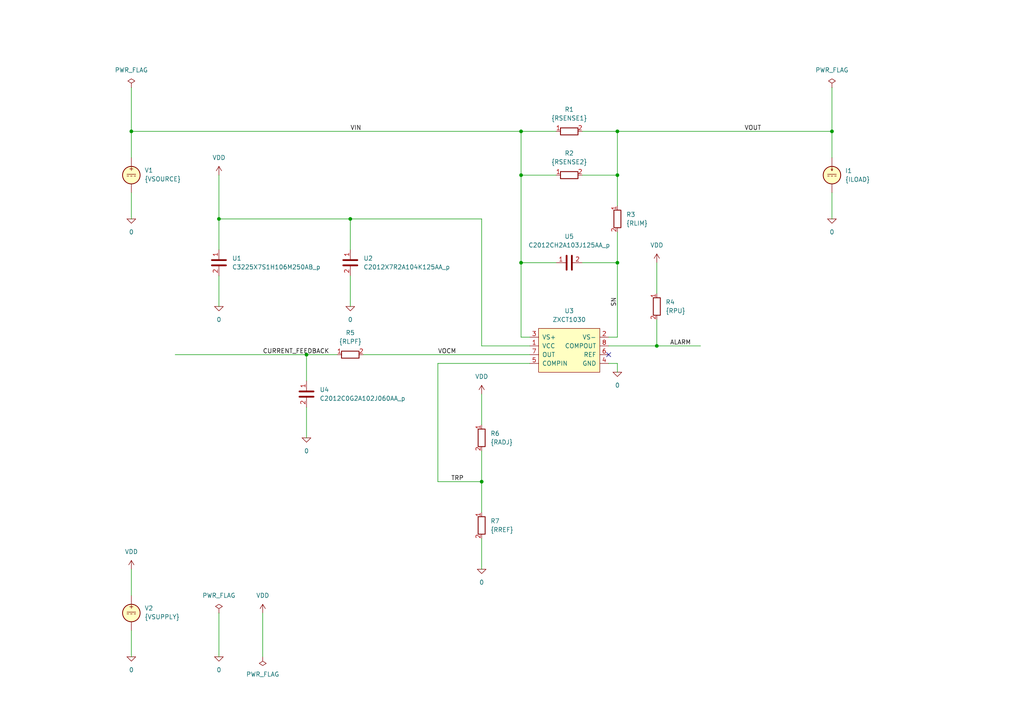
<source format=kicad_sch>
(kicad_sch
	(version 20231120)
	(generator "eeschema")
	(generator_version "8.0")
	(uuid "1b80abb6-e2f6-4904-9776-7fb1e0cf6e62")
	(paper "A4")
	(title_block
		(title "Overcurrent alarm")
		(date "2024-10-20")
		(rev "2")
		(company "astroeletronic@")
		(comment 1 "-")
		(comment 2 "-")
		(comment 3 "-")
		(comment 4 "AE01001030")
	)
	(lib_symbols
		(symbol "C_1"
			(pin_names
				(offset 0.254)
			)
			(exclude_from_sim no)
			(in_bom yes)
			(on_board yes)
			(property "Reference" "C"
				(at 0.635 2.54 0)
				(effects
					(font
						(size 1.27 1.27)
					)
					(justify left)
				)
			)
			(property "Value" "C_1"
				(at 0.635 -2.54 0)
				(effects
					(font
						(size 1.27 1.27)
					)
					(justify left)
				)
			)
			(property "Footprint" ""
				(at 0.9652 -3.81 0)
				(effects
					(font
						(size 1.27 1.27)
					)
					(hide yes)
				)
			)
			(property "Datasheet" "~"
				(at 0 0 0)
				(effects
					(font
						(size 1.27 1.27)
					)
					(hide yes)
				)
			)
			(property "Description" "Unpolarized capacitor"
				(at 0 0 0)
				(effects
					(font
						(size 1.27 1.27)
					)
					(hide yes)
				)
			)
			(property "ki_keywords" "cap capacitor"
				(at 0 0 0)
				(effects
					(font
						(size 1.27 1.27)
					)
					(hide yes)
				)
			)
			(property "ki_fp_filters" "C_*"
				(at 0 0 0)
				(effects
					(font
						(size 1.27 1.27)
					)
					(hide yes)
				)
			)
			(symbol "C_1_0_1"
				(polyline
					(pts
						(xy -2.032 -0.762) (xy 2.032 -0.762)
					)
					(stroke
						(width 0.508)
						(type default)
					)
					(fill
						(type none)
					)
				)
				(polyline
					(pts
						(xy -2.032 0.762) (xy 2.032 0.762)
					)
					(stroke
						(width 0.508)
						(type default)
					)
					(fill
						(type none)
					)
				)
			)
			(symbol "C_1_1_1"
				(pin passive line
					(at 0 3.81 270)
					(length 2.794)
					(name "~"
						(effects
							(font
								(size 1.27 1.27)
							)
						)
					)
					(number "1"
						(effects
							(font
								(size 1.27 1.27)
							)
						)
					)
				)
				(pin passive line
					(at 0 -3.81 90)
					(length 2.794)
					(name "~"
						(effects
							(font
								(size 1.27 1.27)
							)
						)
					)
					(number "2"
						(effects
							(font
								(size 1.27 1.27)
							)
						)
					)
				)
			)
		)
		(symbol "C_2"
			(pin_names
				(offset 0.254)
			)
			(exclude_from_sim no)
			(in_bom yes)
			(on_board yes)
			(property "Reference" "C"
				(at 0.635 2.54 0)
				(effects
					(font
						(size 1.27 1.27)
					)
					(justify left)
				)
			)
			(property "Value" "C_2"
				(at 0.635 -2.54 0)
				(effects
					(font
						(size 1.27 1.27)
					)
					(justify left)
				)
			)
			(property "Footprint" ""
				(at 0.9652 -3.81 0)
				(effects
					(font
						(size 1.27 1.27)
					)
					(hide yes)
				)
			)
			(property "Datasheet" "~"
				(at 0 0 0)
				(effects
					(font
						(size 1.27 1.27)
					)
					(hide yes)
				)
			)
			(property "Description" "Unpolarized capacitor"
				(at 0 0 0)
				(effects
					(font
						(size 1.27 1.27)
					)
					(hide yes)
				)
			)
			(property "ki_keywords" "cap capacitor"
				(at 0 0 0)
				(effects
					(font
						(size 1.27 1.27)
					)
					(hide yes)
				)
			)
			(property "ki_fp_filters" "C_*"
				(at 0 0 0)
				(effects
					(font
						(size 1.27 1.27)
					)
					(hide yes)
				)
			)
			(symbol "C_2_0_1"
				(polyline
					(pts
						(xy -2.032 -0.762) (xy 2.032 -0.762)
					)
					(stroke
						(width 0.508)
						(type default)
					)
					(fill
						(type none)
					)
				)
				(polyline
					(pts
						(xy -2.032 0.762) (xy 2.032 0.762)
					)
					(stroke
						(width 0.508)
						(type default)
					)
					(fill
						(type none)
					)
				)
			)
			(symbol "C_2_1_1"
				(pin passive line
					(at 0 3.81 270)
					(length 2.794)
					(name "~"
						(effects
							(font
								(size 1.27 1.27)
							)
						)
					)
					(number "1"
						(effects
							(font
								(size 1.27 1.27)
							)
						)
					)
				)
				(pin passive line
					(at 0 -3.81 90)
					(length 2.794)
					(name "~"
						(effects
							(font
								(size 1.27 1.27)
							)
						)
					)
					(number "2"
						(effects
							(font
								(size 1.27 1.27)
							)
						)
					)
				)
			)
		)
		(symbol "C_3"
			(pin_names
				(offset 0.254)
			)
			(exclude_from_sim no)
			(in_bom yes)
			(on_board yes)
			(property "Reference" "C"
				(at 0.635 2.54 0)
				(effects
					(font
						(size 1.27 1.27)
					)
					(justify left)
				)
			)
			(property "Value" "C_3"
				(at 0.635 -2.54 0)
				(effects
					(font
						(size 1.27 1.27)
					)
					(justify left)
				)
			)
			(property "Footprint" ""
				(at 0.9652 -3.81 0)
				(effects
					(font
						(size 1.27 1.27)
					)
					(hide yes)
				)
			)
			(property "Datasheet" "~"
				(at 0 0 0)
				(effects
					(font
						(size 1.27 1.27)
					)
					(hide yes)
				)
			)
			(property "Description" "Unpolarized capacitor"
				(at 0 0 0)
				(effects
					(font
						(size 1.27 1.27)
					)
					(hide yes)
				)
			)
			(property "ki_keywords" "cap capacitor"
				(at 0 0 0)
				(effects
					(font
						(size 1.27 1.27)
					)
					(hide yes)
				)
			)
			(property "ki_fp_filters" "C_*"
				(at 0 0 0)
				(effects
					(font
						(size 1.27 1.27)
					)
					(hide yes)
				)
			)
			(symbol "C_3_0_1"
				(polyline
					(pts
						(xy -2.032 -0.762) (xy 2.032 -0.762)
					)
					(stroke
						(width 0.508)
						(type default)
					)
					(fill
						(type none)
					)
				)
				(polyline
					(pts
						(xy -2.032 0.762) (xy 2.032 0.762)
					)
					(stroke
						(width 0.508)
						(type default)
					)
					(fill
						(type none)
					)
				)
			)
			(symbol "C_3_1_1"
				(pin passive line
					(at 0 3.81 270)
					(length 2.794)
					(name "~"
						(effects
							(font
								(size 1.27 1.27)
							)
						)
					)
					(number "1"
						(effects
							(font
								(size 1.27 1.27)
							)
						)
					)
				)
				(pin passive line
					(at 0 -3.81 90)
					(length 2.794)
					(name "~"
						(effects
							(font
								(size 1.27 1.27)
							)
						)
					)
					(number "2"
						(effects
							(font
								(size 1.27 1.27)
							)
						)
					)
				)
			)
		)
		(symbol "R_1"
			(pin_names
				(offset 0)
			)
			(exclude_from_sim no)
			(in_bom yes)
			(on_board yes)
			(property "Reference" "R"
				(at 2.032 0 90)
				(effects
					(font
						(size 1.27 1.27)
					)
				)
			)
			(property "Value" "R_1"
				(at 0 0 90)
				(effects
					(font
						(size 1.27 1.27)
					)
				)
			)
			(property "Footprint" ""
				(at -1.778 0 90)
				(effects
					(font
						(size 1.27 1.27)
					)
					(hide yes)
				)
			)
			(property "Datasheet" "~"
				(at 0 0 0)
				(effects
					(font
						(size 1.27 1.27)
					)
					(hide yes)
				)
			)
			(property "Description" "Resistor"
				(at 0 0 0)
				(effects
					(font
						(size 1.27 1.27)
					)
					(hide yes)
				)
			)
			(property "ki_keywords" "R res resistor"
				(at 0 0 0)
				(effects
					(font
						(size 1.27 1.27)
					)
					(hide yes)
				)
			)
			(property "ki_fp_filters" "R_*"
				(at 0 0 0)
				(effects
					(font
						(size 1.27 1.27)
					)
					(hide yes)
				)
			)
			(symbol "R_1_0_1"
				(rectangle
					(start -1.016 -2.54)
					(end 1.016 2.54)
					(stroke
						(width 0.254)
						(type default)
					)
					(fill
						(type none)
					)
				)
			)
			(symbol "R_1_1_1"
				(pin passive line
					(at 0 3.81 270)
					(length 1.27)
					(name "~"
						(effects
							(font
								(size 1.27 1.27)
							)
						)
					)
					(number "1"
						(effects
							(font
								(size 1.27 1.27)
							)
						)
					)
				)
				(pin passive line
					(at 0 -3.81 90)
					(length 1.27)
					(name "~"
						(effects
							(font
								(size 1.27 1.27)
							)
						)
					)
					(number "2"
						(effects
							(font
								(size 1.27 1.27)
							)
						)
					)
				)
			)
		)
		(symbol "R_2"
			(pin_names
				(offset 0)
			)
			(exclude_from_sim no)
			(in_bom yes)
			(on_board yes)
			(property "Reference" "R"
				(at 2.032 0 90)
				(effects
					(font
						(size 1.27 1.27)
					)
				)
			)
			(property "Value" "R_2"
				(at 0 0 90)
				(effects
					(font
						(size 1.27 1.27)
					)
				)
			)
			(property "Footprint" ""
				(at -1.778 0 90)
				(effects
					(font
						(size 1.27 1.27)
					)
					(hide yes)
				)
			)
			(property "Datasheet" "~"
				(at 0 0 0)
				(effects
					(font
						(size 1.27 1.27)
					)
					(hide yes)
				)
			)
			(property "Description" "Resistor"
				(at 0 0 0)
				(effects
					(font
						(size 1.27 1.27)
					)
					(hide yes)
				)
			)
			(property "ki_keywords" "R res resistor"
				(at 0 0 0)
				(effects
					(font
						(size 1.27 1.27)
					)
					(hide yes)
				)
			)
			(property "ki_fp_filters" "R_*"
				(at 0 0 0)
				(effects
					(font
						(size 1.27 1.27)
					)
					(hide yes)
				)
			)
			(symbol "R_2_0_1"
				(rectangle
					(start -1.016 -2.54)
					(end 1.016 2.54)
					(stroke
						(width 0.254)
						(type default)
					)
					(fill
						(type none)
					)
				)
			)
			(symbol "R_2_1_1"
				(pin passive line
					(at 0 3.81 270)
					(length 1.27)
					(name "~"
						(effects
							(font
								(size 1.27 1.27)
							)
						)
					)
					(number "1"
						(effects
							(font
								(size 1.27 1.27)
							)
						)
					)
				)
				(pin passive line
					(at 0 -3.81 90)
					(length 1.27)
					(name "~"
						(effects
							(font
								(size 1.27 1.27)
							)
						)
					)
					(number "2"
						(effects
							(font
								(size 1.27 1.27)
							)
						)
					)
				)
			)
		)
		(symbol "R_3"
			(pin_names
				(offset 0)
			)
			(exclude_from_sim no)
			(in_bom yes)
			(on_board yes)
			(property "Reference" "R"
				(at 2.032 0 90)
				(effects
					(font
						(size 1.27 1.27)
					)
				)
			)
			(property "Value" "R_3"
				(at 0 0 90)
				(effects
					(font
						(size 1.27 1.27)
					)
				)
			)
			(property "Footprint" ""
				(at -1.778 0 90)
				(effects
					(font
						(size 1.27 1.27)
					)
					(hide yes)
				)
			)
			(property "Datasheet" "~"
				(at 0 0 0)
				(effects
					(font
						(size 1.27 1.27)
					)
					(hide yes)
				)
			)
			(property "Description" "Resistor"
				(at 0 0 0)
				(effects
					(font
						(size 1.27 1.27)
					)
					(hide yes)
				)
			)
			(property "ki_keywords" "R res resistor"
				(at 0 0 0)
				(effects
					(font
						(size 1.27 1.27)
					)
					(hide yes)
				)
			)
			(property "ki_fp_filters" "R_*"
				(at 0 0 0)
				(effects
					(font
						(size 1.27 1.27)
					)
					(hide yes)
				)
			)
			(symbol "R_3_0_1"
				(rectangle
					(start -1.016 -2.54)
					(end 1.016 2.54)
					(stroke
						(width 0.254)
						(type default)
					)
					(fill
						(type none)
					)
				)
			)
			(symbol "R_3_1_1"
				(pin passive line
					(at 0 3.81 270)
					(length 1.27)
					(name "~"
						(effects
							(font
								(size 1.27 1.27)
							)
						)
					)
					(number "1"
						(effects
							(font
								(size 1.27 1.27)
							)
						)
					)
				)
				(pin passive line
					(at 0 -3.81 90)
					(length 1.27)
					(name "~"
						(effects
							(font
								(size 1.27 1.27)
							)
						)
					)
					(number "2"
						(effects
							(font
								(size 1.27 1.27)
							)
						)
					)
				)
			)
		)
		(symbol "R_4"
			(pin_names
				(offset 0)
			)
			(exclude_from_sim no)
			(in_bom yes)
			(on_board yes)
			(property "Reference" "R"
				(at 2.032 0 90)
				(effects
					(font
						(size 1.27 1.27)
					)
				)
			)
			(property "Value" "R_4"
				(at 0 0 90)
				(effects
					(font
						(size 1.27 1.27)
					)
				)
			)
			(property "Footprint" ""
				(at -1.778 0 90)
				(effects
					(font
						(size 1.27 1.27)
					)
					(hide yes)
				)
			)
			(property "Datasheet" "~"
				(at 0 0 0)
				(effects
					(font
						(size 1.27 1.27)
					)
					(hide yes)
				)
			)
			(property "Description" "Resistor"
				(at 0 0 0)
				(effects
					(font
						(size 1.27 1.27)
					)
					(hide yes)
				)
			)
			(property "ki_keywords" "R res resistor"
				(at 0 0 0)
				(effects
					(font
						(size 1.27 1.27)
					)
					(hide yes)
				)
			)
			(property "ki_fp_filters" "R_*"
				(at 0 0 0)
				(effects
					(font
						(size 1.27 1.27)
					)
					(hide yes)
				)
			)
			(symbol "R_4_0_1"
				(rectangle
					(start -1.016 -2.54)
					(end 1.016 2.54)
					(stroke
						(width 0.254)
						(type default)
					)
					(fill
						(type none)
					)
				)
			)
			(symbol "R_4_1_1"
				(pin passive line
					(at 0 3.81 270)
					(length 1.27)
					(name "~"
						(effects
							(font
								(size 1.27 1.27)
							)
						)
					)
					(number "1"
						(effects
							(font
								(size 1.27 1.27)
							)
						)
					)
				)
				(pin passive line
					(at 0 -3.81 90)
					(length 1.27)
					(name "~"
						(effects
							(font
								(size 1.27 1.27)
							)
						)
					)
					(number "2"
						(effects
							(font
								(size 1.27 1.27)
							)
						)
					)
				)
			)
		)
		(symbol "R_5"
			(pin_names
				(offset 0)
			)
			(exclude_from_sim no)
			(in_bom yes)
			(on_board yes)
			(property "Reference" "R"
				(at 2.032 0 90)
				(effects
					(font
						(size 1.27 1.27)
					)
				)
			)
			(property "Value" "R_5"
				(at 0 0 90)
				(effects
					(font
						(size 1.27 1.27)
					)
				)
			)
			(property "Footprint" ""
				(at -1.778 0 90)
				(effects
					(font
						(size 1.27 1.27)
					)
					(hide yes)
				)
			)
			(property "Datasheet" "~"
				(at 0 0 0)
				(effects
					(font
						(size 1.27 1.27)
					)
					(hide yes)
				)
			)
			(property "Description" "Resistor"
				(at 0 0 0)
				(effects
					(font
						(size 1.27 1.27)
					)
					(hide yes)
				)
			)
			(property "ki_keywords" "R res resistor"
				(at 0 0 0)
				(effects
					(font
						(size 1.27 1.27)
					)
					(hide yes)
				)
			)
			(property "ki_fp_filters" "R_*"
				(at 0 0 0)
				(effects
					(font
						(size 1.27 1.27)
					)
					(hide yes)
				)
			)
			(symbol "R_5_0_1"
				(rectangle
					(start -1.016 -2.54)
					(end 1.016 2.54)
					(stroke
						(width 0.254)
						(type default)
					)
					(fill
						(type none)
					)
				)
			)
			(symbol "R_5_1_1"
				(pin passive line
					(at 0 3.81 270)
					(length 1.27)
					(name "~"
						(effects
							(font
								(size 1.27 1.27)
							)
						)
					)
					(number "1"
						(effects
							(font
								(size 1.27 1.27)
							)
						)
					)
				)
				(pin passive line
					(at 0 -3.81 90)
					(length 1.27)
					(name "~"
						(effects
							(font
								(size 1.27 1.27)
							)
						)
					)
					(number "2"
						(effects
							(font
								(size 1.27 1.27)
							)
						)
					)
				)
			)
		)
		(symbol "R_6"
			(pin_names
				(offset 0)
			)
			(exclude_from_sim no)
			(in_bom yes)
			(on_board yes)
			(property "Reference" "R"
				(at 2.032 0 90)
				(effects
					(font
						(size 1.27 1.27)
					)
				)
			)
			(property "Value" "R_6"
				(at 0 0 90)
				(effects
					(font
						(size 1.27 1.27)
					)
				)
			)
			(property "Footprint" ""
				(at -1.778 0 90)
				(effects
					(font
						(size 1.27 1.27)
					)
					(hide yes)
				)
			)
			(property "Datasheet" "~"
				(at 0 0 0)
				(effects
					(font
						(size 1.27 1.27)
					)
					(hide yes)
				)
			)
			(property "Description" "Resistor"
				(at 0 0 0)
				(effects
					(font
						(size 1.27 1.27)
					)
					(hide yes)
				)
			)
			(property "ki_keywords" "R res resistor"
				(at 0 0 0)
				(effects
					(font
						(size 1.27 1.27)
					)
					(hide yes)
				)
			)
			(property "ki_fp_filters" "R_*"
				(at 0 0 0)
				(effects
					(font
						(size 1.27 1.27)
					)
					(hide yes)
				)
			)
			(symbol "R_6_0_1"
				(rectangle
					(start -1.016 -2.54)
					(end 1.016 2.54)
					(stroke
						(width 0.254)
						(type default)
					)
					(fill
						(type none)
					)
				)
			)
			(symbol "R_6_1_1"
				(pin passive line
					(at 0 3.81 270)
					(length 1.27)
					(name "~"
						(effects
							(font
								(size 1.27 1.27)
							)
						)
					)
					(number "1"
						(effects
							(font
								(size 1.27 1.27)
							)
						)
					)
				)
				(pin passive line
					(at 0 -3.81 90)
					(length 1.27)
					(name "~"
						(effects
							(font
								(size 1.27 1.27)
							)
						)
					)
					(number "2"
						(effects
							(font
								(size 1.27 1.27)
							)
						)
					)
				)
			)
		)
		(symbol "ZXCT1030:0"
			(power)
			(pin_names
				(offset 0)
			)
			(exclude_from_sim no)
			(in_bom yes)
			(on_board yes)
			(property "Reference" "#GND"
				(at 0 -2.54 0)
				(effects
					(font
						(size 1.27 1.27)
					)
					(hide yes)
				)
			)
			(property "Value" "0"
				(at 0 -1.778 0)
				(effects
					(font
						(size 1.27 1.27)
					)
				)
			)
			(property "Footprint" ""
				(at 0 0 0)
				(effects
					(font
						(size 1.27 1.27)
					)
					(hide yes)
				)
			)
			(property "Datasheet" "~"
				(at 0 0 0)
				(effects
					(font
						(size 1.27 1.27)
					)
					(hide yes)
				)
			)
			(property "Description" "0V reference potential for simulation"
				(at 0 0 0)
				(effects
					(font
						(size 1.27 1.27)
					)
					(hide yes)
				)
			)
			(property "ki_keywords" "simulation"
				(at 0 0 0)
				(effects
					(font
						(size 1.27 1.27)
					)
					(hide yes)
				)
			)
			(symbol "0_0_1"
				(polyline
					(pts
						(xy -1.27 0) (xy 0 -1.27) (xy 1.27 0) (xy -1.27 0)
					)
					(stroke
						(width 0)
						(type default)
					)
					(fill
						(type none)
					)
				)
			)
			(symbol "0_1_1"
				(pin power_in line
					(at 0 0 0)
					(length 0) hide
					(name "0"
						(effects
							(font
								(size 1.016 1.016)
							)
						)
					)
					(number "1"
						(effects
							(font
								(size 1.016 1.016)
							)
						)
					)
				)
			)
		)
		(symbol "ZXCT1030:C"
			(pin_names
				(offset 0.254)
			)
			(exclude_from_sim no)
			(in_bom yes)
			(on_board yes)
			(property "Reference" "C"
				(at 0.635 2.54 0)
				(effects
					(font
						(size 1.27 1.27)
					)
					(justify left)
				)
			)
			(property "Value" "C"
				(at 0.635 -2.54 0)
				(effects
					(font
						(size 1.27 1.27)
					)
					(justify left)
				)
			)
			(property "Footprint" ""
				(at 0.9652 -3.81 0)
				(effects
					(font
						(size 1.27 1.27)
					)
					(hide yes)
				)
			)
			(property "Datasheet" "~"
				(at 0 0 0)
				(effects
					(font
						(size 1.27 1.27)
					)
					(hide yes)
				)
			)
			(property "Description" "Unpolarized capacitor"
				(at 0 0 0)
				(effects
					(font
						(size 1.27 1.27)
					)
					(hide yes)
				)
			)
			(property "ki_keywords" "cap capacitor"
				(at 0 0 0)
				(effects
					(font
						(size 1.27 1.27)
					)
					(hide yes)
				)
			)
			(property "ki_fp_filters" "C_*"
				(at 0 0 0)
				(effects
					(font
						(size 1.27 1.27)
					)
					(hide yes)
				)
			)
			(symbol "C_0_1"
				(polyline
					(pts
						(xy -2.032 -0.762) (xy 2.032 -0.762)
					)
					(stroke
						(width 0.508)
						(type default)
					)
					(fill
						(type none)
					)
				)
				(polyline
					(pts
						(xy -2.032 0.762) (xy 2.032 0.762)
					)
					(stroke
						(width 0.508)
						(type default)
					)
					(fill
						(type none)
					)
				)
			)
			(symbol "C_1_1"
				(pin passive line
					(at 0 3.81 270)
					(length 2.794)
					(name "~"
						(effects
							(font
								(size 1.27 1.27)
							)
						)
					)
					(number "1"
						(effects
							(font
								(size 1.27 1.27)
							)
						)
					)
				)
				(pin passive line
					(at 0 -3.81 90)
					(length 2.794)
					(name "~"
						(effects
							(font
								(size 1.27 1.27)
							)
						)
					)
					(number "2"
						(effects
							(font
								(size 1.27 1.27)
							)
						)
					)
				)
			)
		)
		(symbol "ZXCT1030:IDC"
			(pin_numbers hide)
			(pin_names
				(offset 0.0254)
			)
			(exclude_from_sim no)
			(in_bom yes)
			(on_board yes)
			(property "Reference" "I"
				(at 2.54 2.54 0)
				(effects
					(font
						(size 1.27 1.27)
					)
					(justify left)
				)
			)
			(property "Value" "1"
				(at 2.54 0 0)
				(effects
					(font
						(size 1.27 1.27)
					)
					(justify left)
				)
			)
			(property "Footprint" ""
				(at 0 0 0)
				(effects
					(font
						(size 1.27 1.27)
					)
					(hide yes)
				)
			)
			(property "Datasheet" "~"
				(at 0 0 0)
				(effects
					(font
						(size 1.27 1.27)
					)
					(hide yes)
				)
			)
			(property "Description" "Current source, DC"
				(at 0 0 0)
				(effects
					(font
						(size 1.27 1.27)
					)
					(hide yes)
				)
			)
			(property "Sim.Pins" "1=+ 2=-"
				(at 0 0 0)
				(effects
					(font
						(size 1.27 1.27)
					)
					(hide yes)
				)
			)
			(property "Sim.Type" "DC"
				(at 0 0 0)
				(effects
					(font
						(size 1.27 1.27)
					)
					(hide yes)
				)
			)
			(property "Sim.Device" "I"
				(at 0 0 0)
				(effects
					(font
						(size 1.27 1.27)
					)
					(justify left)
					(hide yes)
				)
			)
			(property "Spice_Netlist_Enabled" "Y"
				(at 0 0 0)
				(effects
					(font
						(size 1.27 1.27)
					)
					(justify left)
					(hide yes)
				)
			)
			(property "ki_keywords" "simulation"
				(at 0 0 0)
				(effects
					(font
						(size 1.27 1.27)
					)
					(hide yes)
				)
			)
			(symbol "IDC_0_0"
				(polyline
					(pts
						(xy -1.27 0.254) (xy 1.27 0.254)
					)
					(stroke
						(width 0)
						(type default)
					)
					(fill
						(type none)
					)
				)
				(polyline
					(pts
						(xy -0.762 -0.254) (xy -1.27 -0.254)
					)
					(stroke
						(width 0)
						(type default)
					)
					(fill
						(type none)
					)
				)
				(polyline
					(pts
						(xy 0.254 -0.254) (xy -0.254 -0.254)
					)
					(stroke
						(width 0)
						(type default)
					)
					(fill
						(type none)
					)
				)
				(polyline
					(pts
						(xy 1.27 -0.254) (xy 0.762 -0.254)
					)
					(stroke
						(width 0)
						(type default)
					)
					(fill
						(type none)
					)
				)
			)
			(symbol "IDC_0_1"
				(polyline
					(pts
						(xy 0 1.27) (xy 0 2.286)
					)
					(stroke
						(width 0)
						(type default)
					)
					(fill
						(type none)
					)
				)
				(polyline
					(pts
						(xy -0.254 1.778) (xy 0 1.27) (xy 0.254 1.778)
					)
					(stroke
						(width 0)
						(type default)
					)
					(fill
						(type none)
					)
				)
				(circle
					(center 0 0)
					(radius 2.54)
					(stroke
						(width 0.254)
						(type default)
					)
					(fill
						(type background)
					)
				)
			)
			(symbol "IDC_1_1"
				(pin passive line
					(at 0 5.08 270)
					(length 2.54)
					(name "~"
						(effects
							(font
								(size 1.27 1.27)
							)
						)
					)
					(number "1"
						(effects
							(font
								(size 1.27 1.27)
							)
						)
					)
				)
				(pin passive line
					(at 0 -5.08 90)
					(length 2.54)
					(name "~"
						(effects
							(font
								(size 1.27 1.27)
							)
						)
					)
					(number "2"
						(effects
							(font
								(size 1.27 1.27)
							)
						)
					)
				)
			)
		)
		(symbol "ZXCT1030:PWR_FLAG"
			(power)
			(pin_numbers hide)
			(pin_names
				(offset 0) hide)
			(exclude_from_sim no)
			(in_bom yes)
			(on_board yes)
			(property "Reference" "#FLG"
				(at 0 1.905 0)
				(effects
					(font
						(size 1.27 1.27)
					)
					(hide yes)
				)
			)
			(property "Value" "PWR_FLAG"
				(at 0 3.81 0)
				(effects
					(font
						(size 1.27 1.27)
					)
				)
			)
			(property "Footprint" ""
				(at 0 0 0)
				(effects
					(font
						(size 1.27 1.27)
					)
					(hide yes)
				)
			)
			(property "Datasheet" "~"
				(at 0 0 0)
				(effects
					(font
						(size 1.27 1.27)
					)
					(hide yes)
				)
			)
			(property "Description" "Special symbol for telling ERC where power comes from"
				(at 0 0 0)
				(effects
					(font
						(size 1.27 1.27)
					)
					(hide yes)
				)
			)
			(property "ki_keywords" "flag power"
				(at 0 0 0)
				(effects
					(font
						(size 1.27 1.27)
					)
					(hide yes)
				)
			)
			(symbol "PWR_FLAG_0_0"
				(pin power_out line
					(at 0 0 90)
					(length 0)
					(name "pwr"
						(effects
							(font
								(size 1.27 1.27)
							)
						)
					)
					(number "1"
						(effects
							(font
								(size 1.27 1.27)
							)
						)
					)
				)
			)
			(symbol "PWR_FLAG_0_1"
				(polyline
					(pts
						(xy 0 0) (xy 0 1.27) (xy -1.016 1.905) (xy 0 2.54) (xy 1.016 1.905) (xy 0 1.27)
					)
					(stroke
						(width 0)
						(type default)
					)
					(fill
						(type none)
					)
				)
			)
		)
		(symbol "ZXCT1030:R"
			(pin_names
				(offset 0)
			)
			(exclude_from_sim no)
			(in_bom yes)
			(on_board yes)
			(property "Reference" "R"
				(at 2.032 0 90)
				(effects
					(font
						(size 1.27 1.27)
					)
				)
			)
			(property "Value" "R"
				(at 0 0 90)
				(effects
					(font
						(size 1.27 1.27)
					)
				)
			)
			(property "Footprint" ""
				(at -1.778 0 90)
				(effects
					(font
						(size 1.27 1.27)
					)
					(hide yes)
				)
			)
			(property "Datasheet" "~"
				(at 0 0 0)
				(effects
					(font
						(size 1.27 1.27)
					)
					(hide yes)
				)
			)
			(property "Description" "Resistor"
				(at 0 0 0)
				(effects
					(font
						(size 1.27 1.27)
					)
					(hide yes)
				)
			)
			(property "ki_keywords" "R res resistor"
				(at 0 0 0)
				(effects
					(font
						(size 1.27 1.27)
					)
					(hide yes)
				)
			)
			(property "ki_fp_filters" "R_*"
				(at 0 0 0)
				(effects
					(font
						(size 1.27 1.27)
					)
					(hide yes)
				)
			)
			(symbol "R_0_1"
				(rectangle
					(start -1.016 -2.54)
					(end 1.016 2.54)
					(stroke
						(width 0.254)
						(type default)
					)
					(fill
						(type none)
					)
				)
			)
			(symbol "R_1_1"
				(pin passive line
					(at 0 3.81 270)
					(length 1.27)
					(name "~"
						(effects
							(font
								(size 1.27 1.27)
							)
						)
					)
					(number "1"
						(effects
							(font
								(size 1.27 1.27)
							)
						)
					)
				)
				(pin passive line
					(at 0 -3.81 90)
					(length 1.27)
					(name "~"
						(effects
							(font
								(size 1.27 1.27)
							)
						)
					)
					(number "2"
						(effects
							(font
								(size 1.27 1.27)
							)
						)
					)
				)
			)
		)
		(symbol "ZXCT1030:VDC"
			(pin_numbers hide)
			(pin_names
				(offset 0.0254)
			)
			(exclude_from_sim no)
			(in_bom yes)
			(on_board yes)
			(property "Reference" "V"
				(at 2.54 2.54 0)
				(effects
					(font
						(size 1.27 1.27)
					)
					(justify left)
				)
			)
			(property "Value" "1"
				(at 2.54 0 0)
				(effects
					(font
						(size 1.27 1.27)
					)
					(justify left)
				)
			)
			(property "Footprint" ""
				(at 0 0 0)
				(effects
					(font
						(size 1.27 1.27)
					)
					(hide yes)
				)
			)
			(property "Datasheet" "~"
				(at 0 0 0)
				(effects
					(font
						(size 1.27 1.27)
					)
					(hide yes)
				)
			)
			(property "Description" "Voltage source, DC"
				(at 0 0 0)
				(effects
					(font
						(size 1.27 1.27)
					)
					(hide yes)
				)
			)
			(property "Sim.Pins" "1=+ 2=-"
				(at 0 0 0)
				(effects
					(font
						(size 1.27 1.27)
					)
					(hide yes)
				)
			)
			(property "Sim.Type" "DC"
				(at 0 0 0)
				(effects
					(font
						(size 1.27 1.27)
					)
					(hide yes)
				)
			)
			(property "Sim.Device" "V"
				(at 0 0 0)
				(effects
					(font
						(size 1.27 1.27)
					)
					(justify left)
					(hide yes)
				)
			)
			(property "Spice_Netlist_Enabled" "Y"
				(at 0 0 0)
				(effects
					(font
						(size 1.27 1.27)
					)
					(justify left)
					(hide yes)
				)
			)
			(property "ki_keywords" "simulation"
				(at 0 0 0)
				(effects
					(font
						(size 1.27 1.27)
					)
					(hide yes)
				)
			)
			(symbol "VDC_0_0"
				(polyline
					(pts
						(xy -1.27 0.254) (xy 1.27 0.254)
					)
					(stroke
						(width 0)
						(type default)
					)
					(fill
						(type none)
					)
				)
				(polyline
					(pts
						(xy -0.762 -0.254) (xy -1.27 -0.254)
					)
					(stroke
						(width 0)
						(type default)
					)
					(fill
						(type none)
					)
				)
				(polyline
					(pts
						(xy 0.254 -0.254) (xy -0.254 -0.254)
					)
					(stroke
						(width 0)
						(type default)
					)
					(fill
						(type none)
					)
				)
				(polyline
					(pts
						(xy 1.27 -0.254) (xy 0.762 -0.254)
					)
					(stroke
						(width 0)
						(type default)
					)
					(fill
						(type none)
					)
				)
				(text "+"
					(at 0 1.905 0)
					(effects
						(font
							(size 1.27 1.27)
						)
					)
				)
			)
			(symbol "VDC_0_1"
				(circle
					(center 0 0)
					(radius 2.54)
					(stroke
						(width 0.254)
						(type default)
					)
					(fill
						(type background)
					)
				)
			)
			(symbol "VDC_1_1"
				(pin passive line
					(at 0 5.08 270)
					(length 2.54)
					(name "~"
						(effects
							(font
								(size 1.27 1.27)
							)
						)
					)
					(number "1"
						(effects
							(font
								(size 1.27 1.27)
							)
						)
					)
				)
				(pin passive line
					(at 0 -5.08 90)
					(length 2.54)
					(name "~"
						(effects
							(font
								(size 1.27 1.27)
							)
						)
					)
					(number "2"
						(effects
							(font
								(size 1.27 1.27)
							)
						)
					)
				)
			)
		)
		(symbol "ZXCT1030:VDD"
			(power)
			(pin_names
				(offset 0)
			)
			(exclude_from_sim no)
			(in_bom yes)
			(on_board yes)
			(property "Reference" "#PWR"
				(at 0 -3.81 0)
				(effects
					(font
						(size 1.27 1.27)
					)
					(hide yes)
				)
			)
			(property "Value" "VDD"
				(at 0 3.81 0)
				(effects
					(font
						(size 1.27 1.27)
					)
				)
			)
			(property "Footprint" ""
				(at 0 0 0)
				(effects
					(font
						(size 1.27 1.27)
					)
					(hide yes)
				)
			)
			(property "Datasheet" ""
				(at 0 0 0)
				(effects
					(font
						(size 1.27 1.27)
					)
					(hide yes)
				)
			)
			(property "Description" "Power symbol creates a global label with name \"VDD\""
				(at 0 0 0)
				(effects
					(font
						(size 1.27 1.27)
					)
					(hide yes)
				)
			)
			(property "ki_keywords" "global power"
				(at 0 0 0)
				(effects
					(font
						(size 1.27 1.27)
					)
					(hide yes)
				)
			)
			(symbol "VDD_0_1"
				(polyline
					(pts
						(xy -0.762 1.27) (xy 0 2.54)
					)
					(stroke
						(width 0)
						(type default)
					)
					(fill
						(type none)
					)
				)
				(polyline
					(pts
						(xy 0 0) (xy 0 2.54)
					)
					(stroke
						(width 0)
						(type default)
					)
					(fill
						(type none)
					)
				)
				(polyline
					(pts
						(xy 0 2.54) (xy 0.762 1.27)
					)
					(stroke
						(width 0)
						(type default)
					)
					(fill
						(type none)
					)
				)
			)
			(symbol "VDD_1_1"
				(pin power_in line
					(at 0 0 90)
					(length 0) hide
					(name "VDD"
						(effects
							(font
								(size 1.27 1.27)
							)
						)
					)
					(number "1"
						(effects
							(font
								(size 1.27 1.27)
							)
						)
					)
				)
			)
		)
		(symbol "ZXCT1030:ZXCT1030"
			(pin_names
				(offset 1.016)
			)
			(exclude_from_sim no)
			(in_bom yes)
			(on_board yes)
			(property "Reference" "U"
				(at -8.89 -8.89 0)
				(effects
					(font
						(size 1.27 1.27)
					)
					(justify left bottom)
				)
			)
			(property "Value" "ZXCT1030"
				(at -8.89 -11.43 0)
				(effects
					(font
						(size 1.27 1.27)
					)
					(justify left bottom)
				)
			)
			(property "Footprint" "Housings_SOIC:SOIC-8_3.9x4.9mm_Pitch1.27mm"
				(at -8.89 -13.97 0)
				(effects
					(font
						(size 1.27 1.27)
					)
					(justify left bottom)
					(hide yes)
				)
			)
			(property "Datasheet" "https://www.diodes.com/part/view/ZXCT1030/"
				(at -8.89 -16.51 0)
				(effects
					(font
						(size 1.27 1.27)
					)
					(justify left bottom)
					(hide yes)
				)
			)
			(property "Description" "Voltage Output with Internal Reference and Comparator"
				(at 0 0 0)
				(effects
					(font
						(size 1.27 1.27)
					)
					(hide yes)
				)
			)
			(property "ki_keywords" "simulation"
				(at 0 0 0)
				(effects
					(font
						(size 1.27 1.27)
					)
					(hide yes)
				)
			)
			(symbol "ZXCT1030_0_1"
				(rectangle
					(start -8.89 6.35)
					(end 8.89 -6.35)
					(stroke
						(width 0)
						(type default)
					)
					(fill
						(type background)
					)
				)
			)
			(symbol "ZXCT1030_1_1"
				(pin passive line
					(at -11.43 1.27 0)
					(length 2.54)
					(name "VCC"
						(effects
							(font
								(size 1.27 1.27)
							)
						)
					)
					(number "1"
						(effects
							(font
								(size 1.27 1.27)
							)
						)
					)
				)
				(pin passive line
					(at 11.43 3.81 180)
					(length 2.54)
					(name "VS-"
						(effects
							(font
								(size 1.27 1.27)
							)
						)
					)
					(number "2"
						(effects
							(font
								(size 1.27 1.27)
							)
						)
					)
				)
				(pin passive line
					(at -11.43 3.81 0)
					(length 2.54)
					(name "VS+"
						(effects
							(font
								(size 1.27 1.27)
							)
						)
					)
					(number "3"
						(effects
							(font
								(size 1.27 1.27)
							)
						)
					)
				)
				(pin passive line
					(at 11.43 -3.81 180)
					(length 2.54)
					(name "GND"
						(effects
							(font
								(size 1.27 1.27)
							)
						)
					)
					(number "4"
						(effects
							(font
								(size 1.27 1.27)
							)
						)
					)
				)
				(pin passive line
					(at -11.43 -3.81 0)
					(length 2.54)
					(name "COMPIN"
						(effects
							(font
								(size 1.27 1.27)
							)
						)
					)
					(number "5"
						(effects
							(font
								(size 1.27 1.27)
							)
						)
					)
				)
				(pin passive line
					(at 11.43 -1.27 180)
					(length 2.54)
					(name "REF"
						(effects
							(font
								(size 1.27 1.27)
							)
						)
					)
					(number "6"
						(effects
							(font
								(size 1.27 1.27)
							)
						)
					)
				)
				(pin passive line
					(at -11.43 -1.27 0)
					(length 2.54)
					(name "OUT"
						(effects
							(font
								(size 1.27 1.27)
							)
						)
					)
					(number "7"
						(effects
							(font
								(size 1.27 1.27)
							)
						)
					)
				)
				(pin passive line
					(at 11.43 1.27 180)
					(length 2.54)
					(name "COMPOUT"
						(effects
							(font
								(size 1.27 1.27)
							)
						)
					)
					(number "8"
						(effects
							(font
								(size 1.27 1.27)
							)
						)
					)
				)
			)
		)
	)
	(junction
		(at 179.07 76.2)
		(diameter 0)
		(color 0 0 0 0)
		(uuid "0cbdbc16-438b-4984-9281-3ccdcbfb5dad")
	)
	(junction
		(at 139.7 139.7)
		(diameter 0)
		(color 0 0 0 0)
		(uuid "1ba799ef-aff9-4e5d-8243-559c714b8d0c")
	)
	(junction
		(at 101.6 63.5)
		(diameter 0)
		(color 0 0 0 0)
		(uuid "3be4a59c-8c5c-4033-878d-0e3444e936a2")
	)
	(junction
		(at 241.3 38.1)
		(diameter 0)
		(color 0 0 0 0)
		(uuid "4e8ce75f-6576-4828-82ae-4288a80c6492")
	)
	(junction
		(at 38.1 38.1)
		(diameter 0)
		(color 0 0 0 0)
		(uuid "5b2fd512-7e3f-47fb-9150-27c0dd98fbaf")
	)
	(junction
		(at 88.9 102.87)
		(diameter 0)
		(color 0 0 0 0)
		(uuid "bcd8270e-302f-4dc4-892b-941372b710f6")
	)
	(junction
		(at 151.13 50.8)
		(diameter 0)
		(color 0 0 0 0)
		(uuid "c500a40d-e308-40bb-81a9-b3ee58ee544f")
	)
	(junction
		(at 151.13 38.1)
		(diameter 0)
		(color 0 0 0 0)
		(uuid "c957c8e2-9bb2-4eb1-b507-420ad0876270")
	)
	(junction
		(at 63.5 63.5)
		(diameter 0)
		(color 0 0 0 0)
		(uuid "cf35e760-d8b1-48ed-b511-f29a7657393c")
	)
	(junction
		(at 190.5 100.33)
		(diameter 0)
		(color 0 0 0 0)
		(uuid "d0f5a871-c07e-4fe4-b2ce-278f672b7a61")
	)
	(junction
		(at 179.07 38.1)
		(diameter 0)
		(color 0 0 0 0)
		(uuid "d7f17719-591b-4357-8c52-41337856aeb7")
	)
	(junction
		(at 151.13 76.2)
		(diameter 0)
		(color 0 0 0 0)
		(uuid "e8116b2d-8d52-431b-9ec1-b029701ec0c5")
	)
	(junction
		(at 179.07 50.8)
		(diameter 0)
		(color 0 0 0 0)
		(uuid "e82d4b5f-b800-4dce-8f7c-85bc76dbdbca")
	)
	(no_connect
		(at 176.53 102.87)
		(uuid "00be265e-2464-445d-a86e-549c1b16bd6d")
	)
	(wire
		(pts
			(xy 38.1 165.1) (xy 38.1 172.72)
		)
		(stroke
			(width 0)
			(type default)
		)
		(uuid "09e82bc8-cb79-48f7-a120-f0e67aff6200")
	)
	(wire
		(pts
			(xy 190.5 92.71) (xy 190.5 100.33)
		)
		(stroke
			(width 0)
			(type default)
		)
		(uuid "0ec2e582-cca7-4fa7-9c5a-66f528c4cdc5")
	)
	(wire
		(pts
			(xy 63.5 177.8) (xy 63.5 190.5)
		)
		(stroke
			(width 0)
			(type default)
		)
		(uuid "112a3311-63bb-4e0c-9f94-6ea780b2741d")
	)
	(wire
		(pts
			(xy 151.13 76.2) (xy 161.29 76.2)
		)
		(stroke
			(width 0)
			(type default)
		)
		(uuid "141896f8-57aa-44a0-a79f-a00483cd4aaf")
	)
	(wire
		(pts
			(xy 139.7 100.33) (xy 139.7 63.5)
		)
		(stroke
			(width 0)
			(type default)
		)
		(uuid "146251b0-7b1f-4aae-b8f1-d7c70c932e43")
	)
	(wire
		(pts
			(xy 88.9 118.11) (xy 88.9 127)
		)
		(stroke
			(width 0)
			(type default)
		)
		(uuid "19048577-6193-4ed3-bc6d-dced14a859ca")
	)
	(wire
		(pts
			(xy 63.5 63.5) (xy 101.6 63.5)
		)
		(stroke
			(width 0)
			(type default)
		)
		(uuid "30b00df5-262b-4f2e-afcf-3623b8fef2ab")
	)
	(wire
		(pts
			(xy 151.13 76.2) (xy 151.13 50.8)
		)
		(stroke
			(width 0)
			(type default)
		)
		(uuid "3328a7d3-7360-4c7b-a642-1fd6039c9535")
	)
	(wire
		(pts
			(xy 63.5 80.01) (xy 63.5 88.9)
		)
		(stroke
			(width 0)
			(type default)
		)
		(uuid "36b18417-a1f4-4232-8549-67ae6462f7fc")
	)
	(wire
		(pts
			(xy 139.7 139.7) (xy 139.7 148.59)
		)
		(stroke
			(width 0)
			(type default)
		)
		(uuid "37f3344c-d543-46df-9564-24c06ca0c3bd")
	)
	(wire
		(pts
			(xy 88.9 102.87) (xy 97.79 102.87)
		)
		(stroke
			(width 0)
			(type default)
		)
		(uuid "38aee501-0c1f-41a5-ba55-d255cd2e8e83")
	)
	(wire
		(pts
			(xy 179.07 97.79) (xy 179.07 76.2)
		)
		(stroke
			(width 0)
			(type default)
		)
		(uuid "3973050a-5cae-40a8-a757-58a10e0c20d5")
	)
	(wire
		(pts
			(xy 151.13 50.8) (xy 161.29 50.8)
		)
		(stroke
			(width 0)
			(type default)
		)
		(uuid "3db78d95-1070-49ca-b36c-cb46e5c25c9e")
	)
	(wire
		(pts
			(xy 101.6 63.5) (xy 101.6 72.39)
		)
		(stroke
			(width 0)
			(type default)
		)
		(uuid "4569fbd4-be0a-4292-bc67-dee429d03112")
	)
	(wire
		(pts
			(xy 63.5 72.39) (xy 63.5 63.5)
		)
		(stroke
			(width 0)
			(type default)
		)
		(uuid "4df9613c-4543-43d6-a77a-897cf05febac")
	)
	(wire
		(pts
			(xy 179.07 38.1) (xy 241.3 38.1)
		)
		(stroke
			(width 0)
			(type default)
		)
		(uuid "4e4ab916-2e06-4790-b643-9d5e6dfaa05c")
	)
	(wire
		(pts
			(xy 151.13 50.8) (xy 151.13 38.1)
		)
		(stroke
			(width 0)
			(type default)
		)
		(uuid "52bc0e9b-c51d-42d9-8d30-4c6378339874")
	)
	(wire
		(pts
			(xy 176.53 97.79) (xy 179.07 97.79)
		)
		(stroke
			(width 0)
			(type default)
		)
		(uuid "583cc95b-d1db-4e74-a512-e39f2a8f6e60")
	)
	(wire
		(pts
			(xy 176.53 100.33) (xy 190.5 100.33)
		)
		(stroke
			(width 0)
			(type default)
		)
		(uuid "5c5083b3-8782-4879-b5a6-07173cb16582")
	)
	(wire
		(pts
			(xy 76.2 177.8) (xy 76.2 190.5)
		)
		(stroke
			(width 0)
			(type default)
		)
		(uuid "5d4b1b33-4cd6-48ac-a1be-79e16ec9b6bc")
	)
	(wire
		(pts
			(xy 190.5 76.2) (xy 190.5 85.09)
		)
		(stroke
			(width 0)
			(type default)
		)
		(uuid "6129a4fa-30e8-441f-98d5-b89b56db81ca")
	)
	(wire
		(pts
			(xy 241.3 55.88) (xy 241.3 63.5)
		)
		(stroke
			(width 0)
			(type default)
		)
		(uuid "62f1e2c0-86f1-4ae8-910b-bf95f00cc122")
	)
	(wire
		(pts
			(xy 190.5 100.33) (xy 203.2 100.33)
		)
		(stroke
			(width 0)
			(type default)
		)
		(uuid "6ec2361f-edeb-4fe4-bb0b-a30388bb8ea9")
	)
	(wire
		(pts
			(xy 241.3 38.1) (xy 241.3 45.72)
		)
		(stroke
			(width 0)
			(type default)
		)
		(uuid "7826d9e8-01a5-4b6d-9f7f-df9cedbb0ba8")
	)
	(wire
		(pts
			(xy 101.6 80.01) (xy 101.6 88.9)
		)
		(stroke
			(width 0)
			(type default)
		)
		(uuid "7d0bbeeb-fc0f-4698-bf60-3bae86f02401")
	)
	(wire
		(pts
			(xy 139.7 130.81) (xy 139.7 139.7)
		)
		(stroke
			(width 0)
			(type default)
		)
		(uuid "8ddb4905-accf-435a-a827-66fd02d7a885")
	)
	(wire
		(pts
			(xy 127 139.7) (xy 127 105.41)
		)
		(stroke
			(width 0)
			(type default)
		)
		(uuid "91c0ea02-4181-493b-b46b-67f043e6f2e1")
	)
	(wire
		(pts
			(xy 179.07 38.1) (xy 179.07 50.8)
		)
		(stroke
			(width 0)
			(type default)
		)
		(uuid "9f530903-94b1-482c-a6f2-0e54565cd777")
	)
	(wire
		(pts
			(xy 38.1 182.88) (xy 38.1 190.5)
		)
		(stroke
			(width 0)
			(type default)
		)
		(uuid "9f9f0c3e-9766-4602-98ae-3f34ce85937b")
	)
	(wire
		(pts
			(xy 127 105.41) (xy 153.67 105.41)
		)
		(stroke
			(width 0)
			(type default)
		)
		(uuid "a067f4f3-b219-467f-b8fd-24ec532a0560")
	)
	(wire
		(pts
			(xy 139.7 156.21) (xy 139.7 165.1)
		)
		(stroke
			(width 0)
			(type default)
		)
		(uuid "a7fd51cf-6824-4965-91c1-36c2dfe1175f")
	)
	(wire
		(pts
			(xy 63.5 50.8) (xy 63.5 63.5)
		)
		(stroke
			(width 0)
			(type default)
		)
		(uuid "ab5af057-cb12-4845-948e-e39d52465999")
	)
	(wire
		(pts
			(xy 38.1 55.88) (xy 38.1 63.5)
		)
		(stroke
			(width 0)
			(type default)
		)
		(uuid "ac9ed2b0-f098-44f9-bafe-8c68cb98b7ad")
	)
	(wire
		(pts
			(xy 151.13 97.79) (xy 151.13 76.2)
		)
		(stroke
			(width 0)
			(type default)
		)
		(uuid "b0c84671-857e-4b24-aca5-b2a90ecf84e3")
	)
	(wire
		(pts
			(xy 38.1 38.1) (xy 151.13 38.1)
		)
		(stroke
			(width 0)
			(type default)
		)
		(uuid "b14d3443-770c-4ed2-8bf6-cf985c91be24")
	)
	(wire
		(pts
			(xy 168.91 50.8) (xy 179.07 50.8)
		)
		(stroke
			(width 0)
			(type default)
		)
		(uuid "b15aa175-1f7b-494c-9620-9edf25a055e7")
	)
	(wire
		(pts
			(xy 38.1 25.4) (xy 38.1 38.1)
		)
		(stroke
			(width 0)
			(type default)
		)
		(uuid "b387207f-e8ea-4429-a7b8-7493db8b3352")
	)
	(wire
		(pts
			(xy 38.1 45.72) (xy 38.1 38.1)
		)
		(stroke
			(width 0)
			(type default)
		)
		(uuid "bffc7ea1-33a7-4337-8c37-23dccf1c1eab")
	)
	(wire
		(pts
			(xy 88.9 102.87) (xy 88.9 110.49)
		)
		(stroke
			(width 0)
			(type default)
		)
		(uuid "c0a0cb76-c9ca-4c58-a2dc-923a4047f8d7")
	)
	(wire
		(pts
			(xy 139.7 139.7) (xy 127 139.7)
		)
		(stroke
			(width 0)
			(type default)
		)
		(uuid "c5e1885c-6ece-4b13-98eb-d1ed8eed9bbb")
	)
	(wire
		(pts
			(xy 179.07 67.31) (xy 179.07 76.2)
		)
		(stroke
			(width 0)
			(type default)
		)
		(uuid "c6860106-b668-4a30-b3ac-c2ce068472d1")
	)
	(wire
		(pts
			(xy 153.67 97.79) (xy 151.13 97.79)
		)
		(stroke
			(width 0)
			(type default)
		)
		(uuid "cc83b119-2988-4b7f-8fae-cece9f979ebb")
	)
	(wire
		(pts
			(xy 139.7 114.3) (xy 139.7 123.19)
		)
		(stroke
			(width 0)
			(type default)
		)
		(uuid "cdba3648-5f9c-4102-8f15-e3df387e103b")
	)
	(wire
		(pts
			(xy 105.41 102.87) (xy 153.67 102.87)
		)
		(stroke
			(width 0)
			(type default)
		)
		(uuid "cfe8e7c3-a885-487d-aedf-8d8aeaac7345")
	)
	(wire
		(pts
			(xy 176.53 105.41) (xy 179.07 105.41)
		)
		(stroke
			(width 0)
			(type default)
		)
		(uuid "db0798e9-5627-42c0-869e-8cf5a0b8d8ec")
	)
	(wire
		(pts
			(xy 241.3 25.4) (xy 241.3 38.1)
		)
		(stroke
			(width 0)
			(type default)
		)
		(uuid "dfb580c9-1aed-431e-9b9c-18798e962241")
	)
	(wire
		(pts
			(xy 151.13 38.1) (xy 161.29 38.1)
		)
		(stroke
			(width 0)
			(type default)
		)
		(uuid "e09fa5ee-a3fb-4b7d-b77a-d42dc1c15bf1")
	)
	(wire
		(pts
			(xy 179.07 59.69) (xy 179.07 50.8)
		)
		(stroke
			(width 0)
			(type default)
		)
		(uuid "e15493e3-6d9d-4649-a54e-c93d1b05f3f4")
	)
	(wire
		(pts
			(xy 153.67 100.33) (xy 139.7 100.33)
		)
		(stroke
			(width 0)
			(type default)
		)
		(uuid "e36f4e49-3745-4302-a03f-8cadde964776")
	)
	(wire
		(pts
			(xy 179.07 105.41) (xy 179.07 107.95)
		)
		(stroke
			(width 0)
			(type default)
		)
		(uuid "e9b9d313-cae2-4bfd-a831-1d885901766c")
	)
	(wire
		(pts
			(xy 168.91 38.1) (xy 179.07 38.1)
		)
		(stroke
			(width 0)
			(type default)
		)
		(uuid "f52765ba-1a68-4751-8e5d-bda9dac288af")
	)
	(wire
		(pts
			(xy 168.91 76.2) (xy 179.07 76.2)
		)
		(stroke
			(width 0)
			(type default)
		)
		(uuid "f77c350d-9f4c-4244-88da-500378631a54")
	)
	(wire
		(pts
			(xy 50.8 102.87) (xy 88.9 102.87)
		)
		(stroke
			(width 0)
			(type default)
		)
		(uuid "fa7a5d64-e0bf-4ab9-b4c3-691ad9e64a33")
	)
	(wire
		(pts
			(xy 101.6 63.5) (xy 139.7 63.5)
		)
		(stroke
			(width 0)
			(type default)
		)
		(uuid "fccf38cd-5547-40e5-bfaa-bf6f5050c85f")
	)
	(label "ALARM"
		(at 194.31 100.33 0)
		(fields_autoplaced yes)
		(effects
			(font
				(size 1.27 1.27)
			)
			(justify left bottom)
		)
		(uuid "16457fe0-561a-4f71-af0a-ea808295ddcc")
	)
	(label "SN"
		(at 179.07 88.9 90)
		(fields_autoplaced yes)
		(effects
			(font
				(size 1.27 1.27)
			)
			(justify left bottom)
		)
		(uuid "20444b9f-0d12-470f-bbcd-2fc0677fc96b")
	)
	(label "CURRENT_FEEDBACK"
		(at 76.2 102.87 0)
		(fields_autoplaced yes)
		(effects
			(font
				(size 1.27 1.27)
			)
			(justify left bottom)
		)
		(uuid "5521708b-bd64-4806-8d1e-65ee356951ee")
	)
	(label "VOCM"
		(at 127 102.87 0)
		(fields_autoplaced yes)
		(effects
			(font
				(size 1.27 1.27)
			)
			(justify left bottom)
		)
		(uuid "775b58f7-26ff-48af-8495-aef6c2a027ae")
	)
	(label "VOUT"
		(at 215.9 38.1 0)
		(fields_autoplaced yes)
		(effects
			(font
				(size 1.27 1.27)
			)
			(justify left bottom)
		)
		(uuid "7e11f430-48ee-43ef-bde5-7bf5df3f5000")
	)
	(label "VIN"
		(at 101.6 38.1 0)
		(fields_autoplaced yes)
		(effects
			(font
				(size 1.27 1.27)
			)
			(justify left bottom)
		)
		(uuid "c0757d46-53b8-428c-903b-b20ee73b1f7e")
	)
	(label "TRP"
		(at 130.81 139.7 0)
		(fields_autoplaced yes)
		(effects
			(font
				(size 1.27 1.27)
			)
			(justify left bottom)
		)
		(uuid "ca037bf7-b02b-4220-9732-bd51e21b3b32")
	)
	(symbol
		(lib_name "ZXCT1030:IDC")
		(lib_id "ZXCT1030:IDC")
		(at 241.3 50.8 0)
		(unit 1)
		(exclude_from_sim no)
		(in_bom yes)
		(on_board yes)
		(dnp no)
		(fields_autoplaced yes)
		(uuid "0f96ea03-7c36-4faa-bc58-8451f8148290")
		(property "Reference" "I1"
			(at 245.11 49.5299 0)
			(effects
				(font
					(size 1.27 1.27)
				)
				(justify left)
			)
		)
		(property "Value" "{ILOAD}"
			(at 245.11 52.0699 0)
			(effects
				(font
					(size 1.27 1.27)
				)
				(justify left)
			)
		)
		(property "Footprint" ""
			(at 241.3 50.8 0)
			(effects
				(font
					(size 1.27 1.27)
				)
				(hide yes)
			)
		)
		(property "Datasheet" "~"
			(at 241.3 50.8 0)
			(effects
				(font
					(size 1.27 1.27)
				)
				(hide yes)
			)
		)
		(property "Description" ""
			(at 241.3 50.8 0)
			(effects
				(font
					(size 1.27 1.27)
				)
				(hide yes)
			)
		)
		(property "Sim.Device" "SPICE"
			(at 241.3 50.8 0)
			(effects
				(font
					(size 1.27 1.27)
				)
				(justify left)
				(hide yes)
			)
		)
		(property "Sim.Params" "type=\"I\" model=\"{ILOAD}\" lib=\"\""
			(at 0 0 0)
			(effects
				(font
					(size 1.27 1.27)
				)
				(hide yes)
			)
		)
		(property "Sim.Pins" "1=1 2=2"
			(at 0 0 0)
			(effects
				(font
					(size 1.27 1.27)
				)
				(hide yes)
			)
		)
		(pin "1"
			(uuid "2149db08-cafe-4408-9825-865f7f7be60b")
		)
		(pin "2"
			(uuid "33de429d-9825-4cdf-8708-0e8de0f4c00e")
		)
		(instances
			(project ""
				(path "/1b80abb6-e2f6-4904-9776-7fb1e0cf6e62"
					(reference "I1")
					(unit 1)
				)
			)
		)
	)
	(symbol
		(lib_id "ZXCT1030:VDD")
		(at 76.2 177.8 0)
		(unit 1)
		(exclude_from_sim no)
		(in_bom yes)
		(on_board yes)
		(dnp no)
		(fields_autoplaced yes)
		(uuid "12eabb37-fe2d-42a6-9adb-59d83b89902a")
		(property "Reference" "#PWR03"
			(at 76.2 181.61 0)
			(effects
				(font
					(size 1.27 1.27)
				)
				(hide yes)
			)
		)
		(property "Value" "VDD"
			(at 76.2 172.72 0)
			(effects
				(font
					(size 1.27 1.27)
				)
			)
		)
		(property "Footprint" ""
			(at 76.2 177.8 0)
			(effects
				(font
					(size 1.27 1.27)
				)
				(hide yes)
			)
		)
		(property "Datasheet" ""
			(at 76.2 177.8 0)
			(effects
				(font
					(size 1.27 1.27)
				)
				(hide yes)
			)
		)
		(property "Description" ""
			(at 76.2 177.8 0)
			(effects
				(font
					(size 1.27 1.27)
				)
				(hide yes)
			)
		)
		(pin "1"
			(uuid "46888672-47c3-456d-bb32-91e3383fd969")
		)
		(instances
			(project ""
				(path "/1b80abb6-e2f6-4904-9776-7fb1e0cf6e62"
					(reference "#PWR03")
					(unit 1)
				)
			)
		)
	)
	(symbol
		(lib_id "ZXCT1030:PWR_FLAG")
		(at 63.5 177.8 0)
		(unit 1)
		(exclude_from_sim no)
		(in_bom yes)
		(on_board yes)
		(dnp no)
		(fields_autoplaced yes)
		(uuid "19a196da-eef5-4c1c-a6ee-3f848e9327a4")
		(property "Reference" "#FLG02"
			(at 63.5 175.895 0)
			(effects
				(font
					(size 1.27 1.27)
				)
				(hide yes)
			)
		)
		(property "Value" "PWR_FLAG"
			(at 63.5 172.72 0)
			(effects
				(font
					(size 1.27 1.27)
				)
			)
		)
		(property "Footprint" ""
			(at 63.5 177.8 0)
			(effects
				(font
					(size 1.27 1.27)
				)
				(hide yes)
			)
		)
		(property "Datasheet" "~"
			(at 63.5 177.8 0)
			(effects
				(font
					(size 1.27 1.27)
				)
				(hide yes)
			)
		)
		(property "Description" ""
			(at 63.5 177.8 0)
			(effects
				(font
					(size 1.27 1.27)
				)
				(hide yes)
			)
		)
		(pin "1"
			(uuid "5edddf0f-9e75-4d05-9204-671cd27e14fd")
		)
		(instances
			(project ""
				(path "/1b80abb6-e2f6-4904-9776-7fb1e0cf6e62"
					(reference "#FLG02")
					(unit 1)
				)
			)
		)
	)
	(symbol
		(lib_name "R_5")
		(lib_id "ZXCT1030:R_5")
		(at 139.7 152.4 0)
		(unit 1)
		(exclude_from_sim no)
		(in_bom yes)
		(on_board yes)
		(dnp no)
		(fields_autoplaced yes)
		(uuid "19a3a02e-14bd-4702-a517-2b3227be7213")
		(property "Reference" "R7"
			(at 142.24 151.1299 0)
			(effects
				(font
					(size 1.27 1.27)
				)
				(justify left)
			)
		)
		(property "Value" "{RREF}"
			(at 142.24 153.6699 0)
			(effects
				(font
					(size 1.27 1.27)
				)
				(justify left)
			)
		)
		(property "Footprint" ""
			(at 137.922 152.4 90)
			(effects
				(font
					(size 1.27 1.27)
				)
				(hide yes)
			)
		)
		(property "Datasheet" "~"
			(at 139.7 152.4 0)
			(effects
				(font
					(size 1.27 1.27)
				)
				(hide yes)
			)
		)
		(property "Description" ""
			(at 139.7 152.4 0)
			(effects
				(font
					(size 1.27 1.27)
				)
				(hide yes)
			)
		)
		(pin "1"
			(uuid "6a0e15e8-abe4-4080-b89c-46dc3a59197a")
		)
		(pin "2"
			(uuid "6b913aa4-01a3-4e3b-a83c-7d006ddeb216")
		)
		(instances
			(project ""
				(path "/1b80abb6-e2f6-4904-9776-7fb1e0cf6e62"
					(reference "R7")
					(unit 1)
				)
			)
		)
	)
	(symbol
		(lib_name "ZXCT1030:VDC")
		(lib_id "ZXCT1030:VDC")
		(at 38.1 177.8 0)
		(unit 1)
		(exclude_from_sim no)
		(in_bom yes)
		(on_board yes)
		(dnp no)
		(fields_autoplaced yes)
		(uuid "1be6d577-96fc-46a5-a5ea-0672ea542753")
		(property "Reference" "V2"
			(at 41.91 176.4001 0)
			(effects
				(font
					(size 1.27 1.27)
				)
				(justify left)
			)
		)
		(property "Value" "{VSUPPLY}"
			(at 41.91 178.9401 0)
			(effects
				(font
					(size 1.27 1.27)
				)
				(justify left)
			)
		)
		(property "Footprint" ""
			(at 38.1 177.8 0)
			(effects
				(font
					(size 1.27 1.27)
				)
				(hide yes)
			)
		)
		(property "Datasheet" "~"
			(at 38.1 177.8 0)
			(effects
				(font
					(size 1.27 1.27)
				)
				(hide yes)
			)
		)
		(property "Description" ""
			(at 38.1 177.8 0)
			(effects
				(font
					(size 1.27 1.27)
				)
				(hide yes)
			)
		)
		(property "Sim.Device" "SPICE"
			(at 38.1 177.8 0)
			(effects
				(font
					(size 1.27 1.27)
				)
				(justify left)
				(hide yes)
			)
		)
		(property "Sim.Params" "type=\"V\" model=\"{VSUPPLY}\" lib=\"\""
			(at 0 0 0)
			(effects
				(font
					(size 1.27 1.27)
				)
				(hide yes)
			)
		)
		(property "Sim.Pins" "1=1 2=2"
			(at 0 0 0)
			(effects
				(font
					(size 1.27 1.27)
				)
				(hide yes)
			)
		)
		(pin "1"
			(uuid "431325a7-7610-4cb7-b889-6a6d4edd355b")
		)
		(pin "2"
			(uuid "3d3056c6-eca4-4b24-9bfa-70253c2e0fef")
		)
		(instances
			(project ""
				(path "/1b80abb6-e2f6-4904-9776-7fb1e0cf6e62"
					(reference "V2")
					(unit 1)
				)
			)
		)
	)
	(symbol
		(lib_id "ZXCT1030:PWR_FLAG")
		(at 241.3 25.4 0)
		(unit 1)
		(exclude_from_sim no)
		(in_bom yes)
		(on_board yes)
		(dnp no)
		(fields_autoplaced yes)
		(uuid "1dbb6355-a38b-4e8f-be66-ac7b736cf465")
		(property "Reference" "#FLG04"
			(at 241.3 23.495 0)
			(effects
				(font
					(size 1.27 1.27)
				)
				(hide yes)
			)
		)
		(property "Value" "PWR_FLAG"
			(at 241.3 20.32 0)
			(effects
				(font
					(size 1.27 1.27)
				)
			)
		)
		(property "Footprint" ""
			(at 241.3 25.4 0)
			(effects
				(font
					(size 1.27 1.27)
				)
				(hide yes)
			)
		)
		(property "Datasheet" "~"
			(at 241.3 25.4 0)
			(effects
				(font
					(size 1.27 1.27)
				)
				(hide yes)
			)
		)
		(property "Description" ""
			(at 241.3 25.4 0)
			(effects
				(font
					(size 1.27 1.27)
				)
				(hide yes)
			)
		)
		(pin "1"
			(uuid "d14a143a-cccc-453a-92cc-85e8e934947b")
		)
		(instances
			(project ""
				(path "/1b80abb6-e2f6-4904-9776-7fb1e0cf6e62"
					(reference "#FLG04")
					(unit 1)
				)
			)
		)
	)
	(symbol
		(lib_name "ZXCT1030:VDC")
		(lib_id "ZXCT1030:VDC")
		(at 38.1 50.8 0)
		(unit 1)
		(exclude_from_sim no)
		(in_bom yes)
		(on_board yes)
		(dnp no)
		(fields_autoplaced yes)
		(uuid "22fbb89c-287b-461b-a3cb-96a31ec0025b")
		(property "Reference" "V1"
			(at 41.91 49.4001 0)
			(effects
				(font
					(size 1.27 1.27)
				)
				(justify left)
			)
		)
		(property "Value" "{VSOURCE}"
			(at 41.91 51.9401 0)
			(effects
				(font
					(size 1.27 1.27)
				)
				(justify left)
			)
		)
		(property "Footprint" ""
			(at 38.1 50.8 0)
			(effects
				(font
					(size 1.27 1.27)
				)
				(hide yes)
			)
		)
		(property "Datasheet" "~"
			(at 38.1 50.8 0)
			(effects
				(font
					(size 1.27 1.27)
				)
				(hide yes)
			)
		)
		(property "Description" ""
			(at 38.1 50.8 0)
			(effects
				(font
					(size 1.27 1.27)
				)
				(hide yes)
			)
		)
		(property "Sim.Device" "SPICE"
			(at 38.1 50.8 0)
			(effects
				(font
					(size 1.27 1.27)
				)
				(justify left)
				(hide yes)
			)
		)
		(property "Sim.Params" "type=\"V\" model=\"{VSOURCE}\" lib=\"\""
			(at 0 0 0)
			(effects
				(font
					(size 1.27 1.27)
				)
				(hide yes)
			)
		)
		(property "Sim.Pins" "1=1 2=2"
			(at 0 0 0)
			(effects
				(font
					(size 1.27 1.27)
				)
				(hide yes)
			)
		)
		(pin "1"
			(uuid "0c26f431-edc5-459f-b29d-faaa49a51891")
		)
		(pin "2"
			(uuid "d3bc0171-7370-4c49-9371-3a3158171e08")
		)
		(instances
			(project ""
				(path "/1b80abb6-e2f6-4904-9776-7fb1e0cf6e62"
					(reference "V1")
					(unit 1)
				)
			)
		)
	)
	(symbol
		(lib_name "R_3")
		(lib_id "ZXCT1030:R_3")
		(at 190.5 88.9 0)
		(unit 1)
		(exclude_from_sim no)
		(in_bom yes)
		(on_board yes)
		(dnp no)
		(fields_autoplaced yes)
		(uuid "265339cf-4c60-412f-bfa0-edebda7dd9cf")
		(property "Reference" "R4"
			(at 193.04 87.6299 0)
			(effects
				(font
					(size 1.27 1.27)
				)
				(justify left)
			)
		)
		(property "Value" "{RPU}"
			(at 193.04 90.1699 0)
			(effects
				(font
					(size 1.27 1.27)
				)
				(justify left)
			)
		)
		(property "Footprint" ""
			(at 188.722 88.9 90)
			(effects
				(font
					(size 1.27 1.27)
				)
				(hide yes)
			)
		)
		(property "Datasheet" "~"
			(at 190.5 88.9 0)
			(effects
				(font
					(size 1.27 1.27)
				)
				(hide yes)
			)
		)
		(property "Description" ""
			(at 190.5 88.9 0)
			(effects
				(font
					(size 1.27 1.27)
				)
				(hide yes)
			)
		)
		(pin "1"
			(uuid "6e82de6e-d0b6-4bb8-8ff9-a06e00f51f71")
		)
		(pin "2"
			(uuid "e195ba40-cbb2-47b6-964f-d0c5c6beaaa6")
		)
		(instances
			(project ""
				(path "/1b80abb6-e2f6-4904-9776-7fb1e0cf6e62"
					(reference "R4")
					(unit 1)
				)
			)
		)
	)
	(symbol
		(lib_id "ZXCT1030:0")
		(at 38.1 190.5 0)
		(unit 1)
		(exclude_from_sim no)
		(in_bom yes)
		(on_board yes)
		(dnp no)
		(fields_autoplaced yes)
		(uuid "2ed30410-5001-47fd-a0ac-1d577b85d6f5")
		(property "Reference" "#GND02"
			(at 38.1 193.04 0)
			(effects
				(font
					(size 1.27 1.27)
				)
				(hide yes)
			)
		)
		(property "Value" "0"
			(at 38.1 194.31 0)
			(effects
				(font
					(size 1.27 1.27)
				)
			)
		)
		(property "Footprint" ""
			(at 38.1 190.5 0)
			(effects
				(font
					(size 1.27 1.27)
				)
				(hide yes)
			)
		)
		(property "Datasheet" "~"
			(at 38.1 190.5 0)
			(effects
				(font
					(size 1.27 1.27)
				)
				(hide yes)
			)
		)
		(property "Description" ""
			(at 38.1 190.5 0)
			(effects
				(font
					(size 1.27 1.27)
				)
				(hide yes)
			)
		)
		(pin "1"
			(uuid "a1543f49-619c-47e7-ae03-4735ed487d26")
		)
		(instances
			(project ""
				(path "/1b80abb6-e2f6-4904-9776-7fb1e0cf6e62"
					(reference "#GND02")
					(unit 1)
				)
			)
		)
	)
	(symbol
		(lib_id "ZXCT1030:0")
		(at 88.9 127 0)
		(unit 1)
		(exclude_from_sim no)
		(in_bom yes)
		(on_board yes)
		(dnp no)
		(fields_autoplaced yes)
		(uuid "35067b5f-145e-4c23-822a-5935e308d692")
		(property "Reference" "#GND05"
			(at 88.9 129.54 0)
			(effects
				(font
					(size 1.27 1.27)
				)
				(hide yes)
			)
		)
		(property "Value" "0"
			(at 88.9 130.81 0)
			(effects
				(font
					(size 1.27 1.27)
				)
			)
		)
		(property "Footprint" ""
			(at 88.9 127 0)
			(effects
				(font
					(size 1.27 1.27)
				)
				(hide yes)
			)
		)
		(property "Datasheet" "~"
			(at 88.9 127 0)
			(effects
				(font
					(size 1.27 1.27)
				)
				(hide yes)
			)
		)
		(property "Description" ""
			(at 88.9 127 0)
			(effects
				(font
					(size 1.27 1.27)
				)
				(hide yes)
			)
		)
		(pin "1"
			(uuid "6161dca5-54b7-4516-8714-ae193a99362b")
		)
		(instances
			(project ""
				(path "/1b80abb6-e2f6-4904-9776-7fb1e0cf6e62"
					(reference "#GND05")
					(unit 1)
				)
			)
		)
	)
	(symbol
		(lib_name "R_2")
		(lib_id "ZXCT1030:R_2")
		(at 165.1 38.1 90)
		(unit 1)
		(exclude_from_sim no)
		(in_bom yes)
		(on_board yes)
		(dnp no)
		(fields_autoplaced yes)
		(uuid "452e3be1-d042-4358-ac3f-1e3ca16fef2e")
		(property "Reference" "R1"
			(at 165.1 31.75 90)
			(effects
				(font
					(size 1.27 1.27)
				)
			)
		)
		(property "Value" "{RSENSE1}"
			(at 165.1 34.29 90)
			(effects
				(font
					(size 1.27 1.27)
				)
			)
		)
		(property "Footprint" ""
			(at 165.1 39.878 90)
			(effects
				(font
					(size 1.27 1.27)
				)
				(hide yes)
			)
		)
		(property "Datasheet" "~"
			(at 165.1 38.1 0)
			(effects
				(font
					(size 1.27 1.27)
				)
				(hide yes)
			)
		)
		(property "Description" ""
			(at 165.1 38.1 0)
			(effects
				(font
					(size 1.27 1.27)
				)
				(hide yes)
			)
		)
		(pin "1"
			(uuid "a6e4510c-5599-4023-b386-0b46fe0b7868")
		)
		(pin "2"
			(uuid "8af32850-ae7d-4e67-b058-4a77a7b8a876")
		)
		(instances
			(project ""
				(path "/1b80abb6-e2f6-4904-9776-7fb1e0cf6e62"
					(reference "R1")
					(unit 1)
				)
			)
		)
	)
	(symbol
		(lib_id "ZXCT1030:VDD")
		(at 139.7 114.3 0)
		(unit 1)
		(exclude_from_sim no)
		(in_bom yes)
		(on_board yes)
		(dnp no)
		(fields_autoplaced yes)
		(uuid "474466fe-0d29-4e93-adb7-c6883ad9788c")
		(property "Reference" "#PWR04"
			(at 139.7 118.11 0)
			(effects
				(font
					(size 1.27 1.27)
				)
				(hide yes)
			)
		)
		(property "Value" "VDD"
			(at 139.7 109.22 0)
			(effects
				(font
					(size 1.27 1.27)
				)
			)
		)
		(property "Footprint" ""
			(at 139.7 114.3 0)
			(effects
				(font
					(size 1.27 1.27)
				)
				(hide yes)
			)
		)
		(property "Datasheet" ""
			(at 139.7 114.3 0)
			(effects
				(font
					(size 1.27 1.27)
				)
				(hide yes)
			)
		)
		(property "Description" ""
			(at 139.7 114.3 0)
			(effects
				(font
					(size 1.27 1.27)
				)
				(hide yes)
			)
		)
		(pin "1"
			(uuid "744e3b8e-004a-42ce-a71d-bbc2ad41db9f")
		)
		(instances
			(project ""
				(path "/1b80abb6-e2f6-4904-9776-7fb1e0cf6e62"
					(reference "#PWR04")
					(unit 1)
				)
			)
		)
	)
	(symbol
		(lib_id "ZXCT1030:ZXCT1030")
		(at 165.1 101.6 0)
		(unit 1)
		(exclude_from_sim no)
		(in_bom yes)
		(on_board yes)
		(dnp no)
		(fields_autoplaced yes)
		(uuid "553666a3-0d2a-4ec6-9e4c-3ecfba204b57")
		(property "Reference" "U3"
			(at 165.1 90.17 0)
			(effects
				(font
					(size 1.27 1.27)
				)
			)
		)
		(property "Value" "ZXCT1030"
			(at 165.1 92.71 0)
			(effects
				(font
					(size 1.27 1.27)
				)
			)
		)
		(property "Footprint" "Housings_SOIC:SOIC-8_3.9x4.9mm_Pitch1.27mm"
			(at 156.21 115.57 0)
			(effects
				(font
					(size 1.27 1.27)
				)
				(justify left bottom)
				(hide yes)
			)
		)
		(property "Datasheet" "https://www.diodes.com/part/view/ZXCT1030/"
			(at 156.21 118.11 0)
			(effects
				(font
					(size 1.27 1.27)
				)
				(justify left bottom)
				(hide yes)
			)
		)
		(property "Description" ""
			(at 165.1 101.6 0)
			(effects
				(font
					(size 1.27 1.27)
				)
				(hide yes)
			)
		)
		(property "Sim.Device" "SUBCKT"
			(at 165.1 101.6 0)
			(effects
				(font
					(size 1.27 1.27)
				)
				(hide yes)
			)
		)
		(property "Sim.Pins" "1=VCC 2=VS- 3=VS+ 4=GND 5=COMPIN 6=REF 7=OUT 8=COMPOUT"
			(at 0 0 0)
			(effects
				(font
					(size 1.27 1.27)
				)
				(hide yes)
			)
		)
		(property "Sim.Library" "C:\\AE\\ZXCT1030\\_models\\ZXCT1030.spice.txt"
			(at 165.1 101.6 0)
			(effects
				(font
					(size 1.27 1.27)
				)
				(hide yes)
			)
		)
		(property "Sim.Name" "ZXCT1030"
			(at 165.1 101.6 0)
			(effects
				(font
					(size 1.27 1.27)
				)
				(hide yes)
			)
		)
		(pin "1"
			(uuid "3a829724-c60b-42c2-80df-c8327cdc6ecd")
		)
		(pin "2"
			(uuid "877f8bae-773a-4d85-a370-3d214229b283")
		)
		(pin "3"
			(uuid "b36d0a4a-7ae0-475b-aa87-bf67b2068f88")
		)
		(pin "4"
			(uuid "a0c668e2-b7b1-40c3-8722-330e65ea7ff9")
		)
		(pin "5"
			(uuid "19c8534f-6766-4782-a96b-b4985d1f3bb3")
		)
		(pin "6"
			(uuid "088f99bd-666d-4773-bf24-13a1946f9167")
		)
		(pin "7"
			(uuid "e2e3a68a-c78e-406f-9fb2-74100f0f91bb")
		)
		(pin "8"
			(uuid "8e9e1827-8c7a-46f2-aa0b-c38fe45268bf")
		)
		(instances
			(project ""
				(path "/1b80abb6-e2f6-4904-9776-7fb1e0cf6e62"
					(reference "U3")
					(unit 1)
				)
			)
		)
	)
	(symbol
		(lib_name "C_3")
		(lib_id "ZXCT1030:C_3")
		(at 63.5 76.2 0)
		(unit 1)
		(exclude_from_sim no)
		(in_bom yes)
		(on_board yes)
		(dnp no)
		(fields_autoplaced yes)
		(uuid "55efb280-ec68-4668-ba73-3614c00f59f5")
		(property "Reference" "U1"
			(at 67.31 74.9299 0)
			(effects
				(font
					(size 1.27 1.27)
				)
				(justify left)
			)
		)
		(property "Value" "C3225X7S1H106M250AB_p"
			(at 67.31 77.4699 0)
			(effects
				(font
					(size 1.27 1.27)
				)
				(justify left)
			)
		)
		(property "Footprint" ""
			(at 64.4652 80.01 0)
			(effects
				(font
					(size 1.27 1.27)
				)
				(hide yes)
			)
		)
		(property "Datasheet" "~"
			(at 63.5 76.2 0)
			(effects
				(font
					(size 1.27 1.27)
				)
				(hide yes)
			)
		)
		(property "Description" ""
			(at 63.5 76.2 0)
			(effects
				(font
					(size 1.27 1.27)
				)
				(hide yes)
			)
		)
		(property "Sim.Device" "SUBCKT"
			(at 63.5 76.2 0)
			(effects
				(font
					(size 1.27 1.27)
				)
				(hide yes)
			)
		)
		(property "Sim.Pins" "1=n1 2=n2"
			(at 0 0 0)
			(effects
				(font
					(size 1.27 1.27)
				)
				(hide yes)
			)
		)
		(property "Sim.Library" "C:\\AE\\ZXCT1030\\_models\\C3225X7S1H106M250AB_p.mod"
			(at 63.5 76.2 0)
			(effects
				(font
					(size 1.27 1.27)
				)
				(hide yes)
			)
		)
		(property "Sim.Name" "C3225X7S1H106M250AB_p"
			(at 63.5 76.2 0)
			(effects
				(font
					(size 1.27 1.27)
				)
				(hide yes)
			)
		)
		(pin "1"
			(uuid "ea9026df-1200-4a2c-a2ae-cea2d6a1e447")
		)
		(pin "2"
			(uuid "fdee8bb1-f996-41bc-a36e-655fb861105b")
		)
		(instances
			(project ""
				(path "/1b80abb6-e2f6-4904-9776-7fb1e0cf6e62"
					(reference "U1")
					(unit 1)
				)
			)
		)
	)
	(symbol
		(lib_name "R_1")
		(lib_id "ZXCT1030:R_1")
		(at 165.1 50.8 90)
		(unit 1)
		(exclude_from_sim no)
		(in_bom yes)
		(on_board yes)
		(dnp no)
		(fields_autoplaced yes)
		(uuid "5ad277c4-a370-4804-95d6-096f3eadc850")
		(property "Reference" "R2"
			(at 165.1 44.45 90)
			(effects
				(font
					(size 1.27 1.27)
				)
			)
		)
		(property "Value" "{RSENSE2}"
			(at 165.1 46.99 90)
			(effects
				(font
					(size 1.27 1.27)
				)
			)
		)
		(property "Footprint" ""
			(at 165.1 52.578 90)
			(effects
				(font
					(size 1.27 1.27)
				)
				(hide yes)
			)
		)
		(property "Datasheet" "~"
			(at 165.1 50.8 0)
			(effects
				(font
					(size 1.27 1.27)
				)
				(hide yes)
			)
		)
		(property "Description" ""
			(at 165.1 50.8 0)
			(effects
				(font
					(size 1.27 1.27)
				)
				(hide yes)
			)
		)
		(pin "1"
			(uuid "fc511652-c106-4ca2-9c23-6a54cc490bcd")
		)
		(pin "2"
			(uuid "77b855f7-697a-47d5-9ddf-3d2ed3342132")
		)
		(instances
			(project ""
				(path "/1b80abb6-e2f6-4904-9776-7fb1e0cf6e62"
					(reference "R2")
					(unit 1)
				)
			)
		)
	)
	(symbol
		(lib_id "ZXCT1030:0")
		(at 101.6 88.9 0)
		(unit 1)
		(exclude_from_sim no)
		(in_bom yes)
		(on_board yes)
		(dnp no)
		(fields_autoplaced yes)
		(uuid "5e61be45-1eb8-44f3-a04d-13dbf5586ce2")
		(property "Reference" "#GND06"
			(at 101.6 91.44 0)
			(effects
				(font
					(size 1.27 1.27)
				)
				(hide yes)
			)
		)
		(property "Value" "0"
			(at 101.6 92.71 0)
			(effects
				(font
					(size 1.27 1.27)
				)
			)
		)
		(property "Footprint" ""
			(at 101.6 88.9 0)
			(effects
				(font
					(size 1.27 1.27)
				)
				(hide yes)
			)
		)
		(property "Datasheet" "~"
			(at 101.6 88.9 0)
			(effects
				(font
					(size 1.27 1.27)
				)
				(hide yes)
			)
		)
		(property "Description" ""
			(at 101.6 88.9 0)
			(effects
				(font
					(size 1.27 1.27)
				)
				(hide yes)
			)
		)
		(pin "1"
			(uuid "e7f22ac7-46cc-4f2a-b234-253ed77ae1d9")
		)
		(instances
			(project ""
				(path "/1b80abb6-e2f6-4904-9776-7fb1e0cf6e62"
					(reference "#GND06")
					(unit 1)
				)
			)
		)
	)
	(symbol
		(lib_id "ZXCT1030:0")
		(at 38.1 63.5 0)
		(unit 1)
		(exclude_from_sim no)
		(in_bom yes)
		(on_board yes)
		(dnp no)
		(fields_autoplaced yes)
		(uuid "635d1e11-4772-4e51-a08f-310981718d53")
		(property "Reference" "#GND01"
			(at 38.1 66.04 0)
			(effects
				(font
					(size 1.27 1.27)
				)
				(hide yes)
			)
		)
		(property "Value" "0"
			(at 38.1 67.31 0)
			(effects
				(font
					(size 1.27 1.27)
				)
			)
		)
		(property "Footprint" ""
			(at 38.1 63.5 0)
			(effects
				(font
					(size 1.27 1.27)
				)
				(hide yes)
			)
		)
		(property "Datasheet" "~"
			(at 38.1 63.5 0)
			(effects
				(font
					(size 1.27 1.27)
				)
				(hide yes)
			)
		)
		(property "Description" ""
			(at 38.1 63.5 0)
			(effects
				(font
					(size 1.27 1.27)
				)
				(hide yes)
			)
		)
		(pin "1"
			(uuid "cfe12724-80ab-42a8-a70b-c5fe56595c71")
		)
		(instances
			(project ""
				(path "/1b80abb6-e2f6-4904-9776-7fb1e0cf6e62"
					(reference "#GND01")
					(unit 1)
				)
			)
		)
	)
	(symbol
		(lib_id "ZXCT1030:0")
		(at 63.5 190.5 0)
		(unit 1)
		(exclude_from_sim no)
		(in_bom yes)
		(on_board yes)
		(dnp no)
		(fields_autoplaced yes)
		(uuid "6e69d542-0217-44a7-9663-d81318105489")
		(property "Reference" "#GND04"
			(at 63.5 193.04 0)
			(effects
				(font
					(size 1.27 1.27)
				)
				(hide yes)
			)
		)
		(property "Value" "0"
			(at 63.5 194.31 0)
			(effects
				(font
					(size 1.27 1.27)
				)
			)
		)
		(property "Footprint" ""
			(at 63.5 190.5 0)
			(effects
				(font
					(size 1.27 1.27)
				)
				(hide yes)
			)
		)
		(property "Datasheet" "~"
			(at 63.5 190.5 0)
			(effects
				(font
					(size 1.27 1.27)
				)
				(hide yes)
			)
		)
		(property "Description" ""
			(at 63.5 190.5 0)
			(effects
				(font
					(size 1.27 1.27)
				)
				(hide yes)
			)
		)
		(pin "1"
			(uuid "90a79233-5c33-4d36-a8d1-521c087323e8")
		)
		(instances
			(project ""
				(path "/1b80abb6-e2f6-4904-9776-7fb1e0cf6e62"
					(reference "#GND04")
					(unit 1)
				)
			)
		)
	)
	(symbol
		(lib_id "ZXCT1030:VDD")
		(at 63.5 50.8 0)
		(unit 1)
		(exclude_from_sim no)
		(in_bom yes)
		(on_board yes)
		(dnp no)
		(fields_autoplaced yes)
		(uuid "8011a2d9-cdbf-4705-a078-101b22401d66")
		(property "Reference" "#PWR02"
			(at 63.5 54.61 0)
			(effects
				(font
					(size 1.27 1.27)
				)
				(hide yes)
			)
		)
		(property "Value" "VDD"
			(at 63.5 45.72 0)
			(effects
				(font
					(size 1.27 1.27)
				)
			)
		)
		(property "Footprint" ""
			(at 63.5 50.8 0)
			(effects
				(font
					(size 1.27 1.27)
				)
				(hide yes)
			)
		)
		(property "Datasheet" ""
			(at 63.5 50.8 0)
			(effects
				(font
					(size 1.27 1.27)
				)
				(hide yes)
			)
		)
		(property "Description" ""
			(at 63.5 50.8 0)
			(effects
				(font
					(size 1.27 1.27)
				)
				(hide yes)
			)
		)
		(pin "1"
			(uuid "f676cf36-3e7d-4625-aa87-de3ef4a42b6d")
		)
		(instances
			(project ""
				(path "/1b80abb6-e2f6-4904-9776-7fb1e0cf6e62"
					(reference "#PWR02")
					(unit 1)
				)
			)
		)
	)
	(symbol
		(lib_id "ZXCT1030:0")
		(at 179.07 107.95 0)
		(unit 1)
		(exclude_from_sim no)
		(in_bom yes)
		(on_board yes)
		(dnp no)
		(fields_autoplaced yes)
		(uuid "830e6bee-4035-4b27-a4c2-0e70f0fe4180")
		(property "Reference" "#GND08"
			(at 179.07 110.49 0)
			(effects
				(font
					(size 1.27 1.27)
				)
				(hide yes)
			)
		)
		(property "Value" "0"
			(at 179.07 111.76 0)
			(effects
				(font
					(size 1.27 1.27)
				)
			)
		)
		(property "Footprint" ""
			(at 179.07 107.95 0)
			(effects
				(font
					(size 1.27 1.27)
				)
				(hide yes)
			)
		)
		(property "Datasheet" "~"
			(at 179.07 107.95 0)
			(effects
				(font
					(size 1.27 1.27)
				)
				(hide yes)
			)
		)
		(property "Description" ""
			(at 179.07 107.95 0)
			(effects
				(font
					(size 1.27 1.27)
				)
				(hide yes)
			)
		)
		(pin "1"
			(uuid "0a84b8a8-4adb-4257-a557-ca64b2581a9c")
		)
		(instances
			(project ""
				(path "/1b80abb6-e2f6-4904-9776-7fb1e0cf6e62"
					(reference "#GND08")
					(unit 1)
				)
			)
		)
	)
	(symbol
		(lib_id "ZXCT1030:0")
		(at 139.7 165.1 0)
		(unit 1)
		(exclude_from_sim no)
		(in_bom yes)
		(on_board yes)
		(dnp no)
		(fields_autoplaced yes)
		(uuid "877574d0-b60d-46e7-9762-747a4bac9f08")
		(property "Reference" "#GND07"
			(at 139.7 167.64 0)
			(effects
				(font
					(size 1.27 1.27)
				)
				(hide yes)
			)
		)
		(property "Value" "0"
			(at 139.7 168.91 0)
			(effects
				(font
					(size 1.27 1.27)
				)
			)
		)
		(property "Footprint" ""
			(at 139.7 165.1 0)
			(effects
				(font
					(size 1.27 1.27)
				)
				(hide yes)
			)
		)
		(property "Datasheet" "~"
			(at 139.7 165.1 0)
			(effects
				(font
					(size 1.27 1.27)
				)
				(hide yes)
			)
		)
		(property "Description" ""
			(at 139.7 165.1 0)
			(effects
				(font
					(size 1.27 1.27)
				)
				(hide yes)
			)
		)
		(pin "1"
			(uuid "52fc3abc-614b-4419-a76b-be216e7ddcd2")
		)
		(instances
			(project ""
				(path "/1b80abb6-e2f6-4904-9776-7fb1e0cf6e62"
					(reference "#GND07")
					(unit 1)
				)
			)
		)
	)
	(symbol
		(lib_id "ZXCT1030:PWR_FLAG")
		(at 38.1 25.4 0)
		(unit 1)
		(exclude_from_sim no)
		(in_bom yes)
		(on_board yes)
		(dnp no)
		(fields_autoplaced yes)
		(uuid "8f35e3ec-7754-4ddc-9bb7-aa6a7873dc9d")
		(property "Reference" "#FLG01"
			(at 38.1 23.495 0)
			(effects
				(font
					(size 1.27 1.27)
				)
				(hide yes)
			)
		)
		(property "Value" "PWR_FLAG"
			(at 38.1 20.32 0)
			(effects
				(font
					(size 1.27 1.27)
				)
			)
		)
		(property "Footprint" ""
			(at 38.1 25.4 0)
			(effects
				(font
					(size 1.27 1.27)
				)
				(hide yes)
			)
		)
		(property "Datasheet" "~"
			(at 38.1 25.4 0)
			(effects
				(font
					(size 1.27 1.27)
				)
				(hide yes)
			)
		)
		(property "Description" ""
			(at 38.1 25.4 0)
			(effects
				(font
					(size 1.27 1.27)
				)
				(hide yes)
			)
		)
		(pin "1"
			(uuid "c78acc6a-bd50-4790-8d5b-759dfee22aac")
		)
		(instances
			(project ""
				(path "/1b80abb6-e2f6-4904-9776-7fb1e0cf6e62"
					(reference "#FLG01")
					(unit 1)
				)
			)
		)
	)
	(symbol
		(lib_name "R_4")
		(lib_id "ZXCT1030:R_4")
		(at 139.7 127 0)
		(unit 1)
		(exclude_from_sim no)
		(in_bom yes)
		(on_board yes)
		(dnp no)
		(fields_autoplaced yes)
		(uuid "8f37cce2-6499-4efd-982e-638455de6b95")
		(property "Reference" "R6"
			(at 142.24 125.7299 0)
			(effects
				(font
					(size 1.27 1.27)
				)
				(justify left)
			)
		)
		(property "Value" "{RADJ}"
			(at 142.24 128.2699 0)
			(effects
				(font
					(size 1.27 1.27)
				)
				(justify left)
			)
		)
		(property "Footprint" ""
			(at 137.922 127 90)
			(effects
				(font
					(size 1.27 1.27)
				)
				(hide yes)
			)
		)
		(property "Datasheet" "~"
			(at 139.7 127 0)
			(effects
				(font
					(size 1.27 1.27)
				)
				(hide yes)
			)
		)
		(property "Description" ""
			(at 139.7 127 0)
			(effects
				(font
					(size 1.27 1.27)
				)
				(hide yes)
			)
		)
		(pin "1"
			(uuid "d32b9ca7-5eb6-4198-84ee-b7b1569279ba")
		)
		(pin "2"
			(uuid "14db3f0e-fff9-4a8f-b5c7-15399c411c88")
		)
		(instances
			(project ""
				(path "/1b80abb6-e2f6-4904-9776-7fb1e0cf6e62"
					(reference "R6")
					(unit 1)
				)
			)
		)
	)
	(symbol
		(lib_id "ZXCT1030:R")
		(at 179.07 63.5 0)
		(unit 1)
		(exclude_from_sim no)
		(in_bom yes)
		(on_board yes)
		(dnp no)
		(fields_autoplaced yes)
		(uuid "a3d4ce32-9c05-428f-894e-4c7d215dfc15")
		(property "Reference" "R3"
			(at 181.61 62.2299 0)
			(effects
				(font
					(size 1.27 1.27)
				)
				(justify left)
			)
		)
		(property "Value" "{RLIM}"
			(at 181.61 64.7699 0)
			(effects
				(font
					(size 1.27 1.27)
				)
				(justify left)
			)
		)
		(property "Footprint" ""
			(at 177.292 63.5 90)
			(effects
				(font
					(size 1.27 1.27)
				)
				(hide yes)
			)
		)
		(property "Datasheet" "~"
			(at 179.07 63.5 0)
			(effects
				(font
					(size 1.27 1.27)
				)
				(hide yes)
			)
		)
		(property "Description" ""
			(at 179.07 63.5 0)
			(effects
				(font
					(size 1.27 1.27)
				)
				(hide yes)
			)
		)
		(pin "1"
			(uuid "19a9a662-674f-4c35-8dab-fb4dd9e8f840")
		)
		(pin "2"
			(uuid "b7f61d9d-d052-4574-86d7-417d223028b7")
		)
		(instances
			(project ""
				(path "/1b80abb6-e2f6-4904-9776-7fb1e0cf6e62"
					(reference "R3")
					(unit 1)
				)
			)
		)
	)
	(symbol
		(lib_id "ZXCT1030:0")
		(at 241.3 63.5 0)
		(unit 1)
		(exclude_from_sim no)
		(in_bom yes)
		(on_board yes)
		(dnp no)
		(fields_autoplaced yes)
		(uuid "a9a671dc-f9ee-4bea-95cc-2e7a82b5e6fa")
		(property "Reference" "#GND09"
			(at 241.3 66.04 0)
			(effects
				(font
					(size 1.27 1.27)
				)
				(hide yes)
			)
		)
		(property "Value" "0"
			(at 241.3 67.31 0)
			(effects
				(font
					(size 1.27 1.27)
				)
			)
		)
		(property "Footprint" ""
			(at 241.3 63.5 0)
			(effects
				(font
					(size 1.27 1.27)
				)
				(hide yes)
			)
		)
		(property "Datasheet" "~"
			(at 241.3 63.5 0)
			(effects
				(font
					(size 1.27 1.27)
				)
				(hide yes)
			)
		)
		(property "Description" ""
			(at 241.3 63.5 0)
			(effects
				(font
					(size 1.27 1.27)
				)
				(hide yes)
			)
		)
		(pin "1"
			(uuid "6ccba719-f9f1-4922-a79f-e028d91b2faa")
		)
		(instances
			(project ""
				(path "/1b80abb6-e2f6-4904-9776-7fb1e0cf6e62"
					(reference "#GND09")
					(unit 1)
				)
			)
		)
	)
	(symbol
		(lib_name "C_2")
		(lib_id "ZXCT1030:C_2")
		(at 101.6 76.2 0)
		(unit 1)
		(exclude_from_sim no)
		(in_bom yes)
		(on_board yes)
		(dnp no)
		(fields_autoplaced yes)
		(uuid "af92932e-4c35-4868-ba4a-c6841f0e5c82")
		(property "Reference" "U2"
			(at 105.41 74.9299 0)
			(effects
				(font
					(size 1.27 1.27)
				)
				(justify left)
			)
		)
		(property "Value" "C2012X7R2A104K125AA_p"
			(at 105.41 77.4699 0)
			(effects
				(font
					(size 1.27 1.27)
				)
				(justify left)
			)
		)
		(property "Footprint" ""
			(at 102.5652 80.01 0)
			(effects
				(font
					(size 1.27 1.27)
				)
				(hide yes)
			)
		)
		(property "Datasheet" "~"
			(at 101.6 76.2 0)
			(effects
				(font
					(size 1.27 1.27)
				)
				(hide yes)
			)
		)
		(property "Description" ""
			(at 101.6 76.2 0)
			(effects
				(font
					(size 1.27 1.27)
				)
				(hide yes)
			)
		)
		(property "Sim.Device" "SUBCKT"
			(at 101.6 76.2 0)
			(effects
				(font
					(size 1.27 1.27)
				)
				(hide yes)
			)
		)
		(property "Sim.Pins" "1=n1 2=n2"
			(at 0 0 0)
			(effects
				(font
					(size 1.27 1.27)
				)
				(hide yes)
			)
		)
		(property "Sim.Library" "C:\\AE\\ZXCT1030\\_models\\C2012X7R2A104K125AA_p.mod"
			(at 101.6 76.2 0)
			(effects
				(font
					(size 1.27 1.27)
				)
				(hide yes)
			)
		)
		(property "Sim.Name" "C2012X7R2A104K125AA_p"
			(at 101.6 76.2 0)
			(effects
				(font
					(size 1.27 1.27)
				)
				(hide yes)
			)
		)
		(pin "1"
			(uuid "86f3f547-7633-42fe-8c57-f48f87082707")
		)
		(pin "2"
			(uuid "e64bdb33-e4a8-49db-b984-d26e319fc194")
		)
		(instances
			(project ""
				(path "/1b80abb6-e2f6-4904-9776-7fb1e0cf6e62"
					(reference "U2")
					(unit 1)
				)
			)
		)
	)
	(symbol
		(lib_id "ZXCT1030:VDD")
		(at 190.5 76.2 0)
		(unit 1)
		(exclude_from_sim no)
		(in_bom yes)
		(on_board yes)
		(dnp no)
		(fields_autoplaced yes)
		(uuid "b0545de0-050b-4bbe-8192-618abb769e55")
		(property "Reference" "#PWR05"
			(at 190.5 80.01 0)
			(effects
				(font
					(size 1.27 1.27)
				)
				(hide yes)
			)
		)
		(property "Value" "VDD"
			(at 190.5 71.12 0)
			(effects
				(font
					(size 1.27 1.27)
				)
			)
		)
		(property "Footprint" ""
			(at 190.5 76.2 0)
			(effects
				(font
					(size 1.27 1.27)
				)
				(hide yes)
			)
		)
		(property "Datasheet" ""
			(at 190.5 76.2 0)
			(effects
				(font
					(size 1.27 1.27)
				)
				(hide yes)
			)
		)
		(property "Description" ""
			(at 190.5 76.2 0)
			(effects
				(font
					(size 1.27 1.27)
				)
				(hide yes)
			)
		)
		(pin "1"
			(uuid "38672409-659e-479b-acbb-691fbb1f0e69")
		)
		(instances
			(project ""
				(path "/1b80abb6-e2f6-4904-9776-7fb1e0cf6e62"
					(reference "#PWR05")
					(unit 1)
				)
			)
		)
	)
	(symbol
		(lib_id "ZXCT1030:C")
		(at 165.1 76.2 90)
		(unit 1)
		(exclude_from_sim no)
		(in_bom yes)
		(on_board yes)
		(dnp no)
		(fields_autoplaced yes)
		(uuid "c7c518ed-528b-4d5c-b8c3-45ebab76e570")
		(property "Reference" "U5"
			(at 165.1 68.58 90)
			(effects
				(font
					(size 1.27 1.27)
				)
			)
		)
		(property "Value" "C2012CH2A103J125AA_p"
			(at 165.1 71.12 90)
			(effects
				(font
					(size 1.27 1.27)
				)
			)
		)
		(property "Footprint" ""
			(at 168.91 75.2348 0)
			(effects
				(font
					(size 1.27 1.27)
				)
				(hide yes)
			)
		)
		(property "Datasheet" "~"
			(at 165.1 76.2 0)
			(effects
				(font
					(size 1.27 1.27)
				)
				(hide yes)
			)
		)
		(property "Description" ""
			(at 165.1 76.2 0)
			(effects
				(font
					(size 1.27 1.27)
				)
				(hide yes)
			)
		)
		(property "Sim.Device" "SUBCKT"
			(at 165.1 76.2 0)
			(effects
				(font
					(size 1.27 1.27)
				)
				(hide yes)
			)
		)
		(property "Sim.Pins" "1=n1 2=n2"
			(at 0 0 0)
			(effects
				(font
					(size 1.27 1.27)
				)
				(hide yes)
			)
		)
		(property "Sim.Library" "C:\\AE\\ZXCT1030\\_models\\C2012CH2A103J125AA_p.mod"
			(at 165.1 76.2 0)
			(effects
				(font
					(size 1.27 1.27)
				)
				(hide yes)
			)
		)
		(property "Sim.Name" "C2012CH2A103J125AA_p"
			(at 165.1 76.2 0)
			(effects
				(font
					(size 1.27 1.27)
				)
				(hide yes)
			)
		)
		(pin "1"
			(uuid "f512e338-e0d1-469f-b67d-9b8cd573dc2f")
		)
		(pin "2"
			(uuid "97537bba-8b5d-4ca3-8788-131e6c759833")
		)
		(instances
			(project ""
				(path "/1b80abb6-e2f6-4904-9776-7fb1e0cf6e62"
					(reference "U5")
					(unit 1)
				)
			)
		)
	)
	(symbol
		(lib_name "R_6")
		(lib_id "ZXCT1030:R_6")
		(at 101.6 102.87 90)
		(unit 1)
		(exclude_from_sim no)
		(in_bom yes)
		(on_board yes)
		(dnp no)
		(fields_autoplaced yes)
		(uuid "d050f591-a64c-4148-934f-ede1a107e864")
		(property "Reference" "R5"
			(at 101.6 96.52 90)
			(effects
				(font
					(size 1.27 1.27)
				)
			)
		)
		(property "Value" "{RLPF}"
			(at 101.6 99.06 90)
			(effects
				(font
					(size 1.27 1.27)
				)
			)
		)
		(property "Footprint" ""
			(at 101.6 104.648 90)
			(effects
				(font
					(size 1.27 1.27)
				)
				(hide yes)
			)
		)
		(property "Datasheet" "~"
			(at 101.6 102.87 0)
			(effects
				(font
					(size 1.27 1.27)
				)
				(hide yes)
			)
		)
		(property "Description" ""
			(at 101.6 102.87 0)
			(effects
				(font
					(size 1.27 1.27)
				)
				(hide yes)
			)
		)
		(pin "1"
			(uuid "d47770ca-3183-4748-9381-3163a36d956c")
		)
		(pin "2"
			(uuid "24b22ee3-7620-4169-a76a-5b7887980910")
		)
		(instances
			(project ""
				(path "/1b80abb6-e2f6-4904-9776-7fb1e0cf6e62"
					(reference "R5")
					(unit 1)
				)
			)
		)
	)
	(symbol
		(lib_name "C_1")
		(lib_id "ZXCT1030:C_1")
		(at 88.9 114.3 0)
		(unit 1)
		(exclude_from_sim no)
		(in_bom yes)
		(on_board yes)
		(dnp no)
		(fields_autoplaced yes)
		(uuid "ea61e77e-2084-428f-92bb-7a1d9e074dba")
		(property "Reference" "U4"
			(at 92.71 113.0299 0)
			(effects
				(font
					(size 1.27 1.27)
				)
				(justify left)
			)
		)
		(property "Value" "C2012C0G2A102J060AA_p"
			(at 92.71 115.5699 0)
			(effects
				(font
					(size 1.27 1.27)
				)
				(justify left)
			)
		)
		(property "Footprint" ""
			(at 89.8652 118.11 0)
			(effects
				(font
					(size 1.27 1.27)
				)
				(hide yes)
			)
		)
		(property "Datasheet" "~"
			(at 88.9 114.3 0)
			(effects
				(font
					(size 1.27 1.27)
				)
				(hide yes)
			)
		)
		(property "Description" ""
			(at 88.9 114.3 0)
			(effects
				(font
					(size 1.27 1.27)
				)
				(hide yes)
			)
		)
		(property "Sim.Device" "SUBCKT"
			(at 88.9 114.3 0)
			(effects
				(font
					(size 1.27 1.27)
				)
				(hide yes)
			)
		)
		(property "Sim.Pins" "1=n1 2=n2"
			(at 0 0 0)
			(effects
				(font
					(size 1.27 1.27)
				)
				(hide yes)
			)
		)
		(property "Sim.Library" "C:\\AE\\ZXCT1030\\_models\\C2012C0G2A102J060AA_p.mod"
			(at 88.9 114.3 0)
			(effects
				(font
					(size 1.27 1.27)
				)
				(hide yes)
			)
		)
		(property "Sim.Name" "C2012C0G2A102J060AA_p"
			(at 88.9 114.3 0)
			(effects
				(font
					(size 1.27 1.27)
				)
				(hide yes)
			)
		)
		(pin "1"
			(uuid "9e007649-7b7a-4c68-bebd-b0c32b683b59")
		)
		(pin "2"
			(uuid "1abf94c4-040e-4e3e-bde6-5d3d4e214817")
		)
		(instances
			(project ""
				(path "/1b80abb6-e2f6-4904-9776-7fb1e0cf6e62"
					(reference "U4")
					(unit 1)
				)
			)
		)
	)
	(symbol
		(lib_id "ZXCT1030:PWR_FLAG")
		(at 76.2 190.5 180)
		(unit 1)
		(exclude_from_sim no)
		(in_bom yes)
		(on_board yes)
		(dnp no)
		(fields_autoplaced yes)
		(uuid "fd13f5ed-f687-490a-a0d4-c74366553774")
		(property "Reference" "#FLG03"
			(at 76.2 192.405 0)
			(effects
				(font
					(size 1.27 1.27)
				)
				(hide yes)
			)
		)
		(property "Value" "PWR_FLAG"
			(at 76.2 195.58 0)
			(effects
				(font
					(size 1.27 1.27)
				)
			)
		)
		(property "Footprint" ""
			(at 76.2 190.5 0)
			(effects
				(font
					(size 1.27 1.27)
				)
				(hide yes)
			)
		)
		(property "Datasheet" "~"
			(at 76.2 190.5 0)
			(effects
				(font
					(size 1.27 1.27)
				)
				(hide yes)
			)
		)
		(property "Description" ""
			(at 76.2 190.5 0)
			(effects
				(font
					(size 1.27 1.27)
				)
				(hide yes)
			)
		)
		(pin "1"
			(uuid "12ceaec4-bcfd-405d-aba6-9b84e6c4fe46")
		)
		(instances
			(project ""
				(path "/1b80abb6-e2f6-4904-9776-7fb1e0cf6e62"
					(reference "#FLG03")
					(unit 1)
				)
			)
		)
	)
	(symbol
		(lib_id "ZXCT1030:0")
		(at 63.5 88.9 0)
		(unit 1)
		(exclude_from_sim no)
		(in_bom yes)
		(on_board yes)
		(dnp no)
		(fields_autoplaced yes)
		(uuid "fd6fd54c-2e7f-446d-b968-b4b5223dd4a1")
		(property "Reference" "#GND03"
			(at 63.5 91.44 0)
			(effects
				(font
					(size 1.27 1.27)
				)
				(hide yes)
			)
		)
		(property "Value" "0"
			(at 63.5 92.71 0)
			(effects
				(font
					(size 1.27 1.27)
				)
			)
		)
		(property "Footprint" ""
			(at 63.5 88.9 0)
			(effects
				(font
					(size 1.27 1.27)
				)
				(hide yes)
			)
		)
		(property "Datasheet" "~"
			(at 63.5 88.9 0)
			(effects
				(font
					(size 1.27 1.27)
				)
				(hide yes)
			)
		)
		(property "Description" ""
			(at 63.5 88.9 0)
			(effects
				(font
					(size 1.27 1.27)
				)
				(hide yes)
			)
		)
		(pin "1"
			(uuid "cf4d2e39-7c96-46a4-905c-fde80d864db8")
		)
		(instances
			(project ""
				(path "/1b80abb6-e2f6-4904-9776-7fb1e0cf6e62"
					(reference "#GND03")
					(unit 1)
				)
			)
		)
	)
	(symbol
		(lib_id "ZXCT1030:VDD")
		(at 38.1 165.1 0)
		(unit 1)
		(exclude_from_sim no)
		(in_bom yes)
		(on_board yes)
		(dnp no)
		(fields_autoplaced yes)
		(uuid "ffe7c608-053f-4d1a-a433-c65061cd1795")
		(property "Reference" "#PWR01"
			(at 38.1 168.91 0)
			(effects
				(font
					(size 1.27 1.27)
				)
				(hide yes)
			)
		)
		(property "Value" "VDD"
			(at 38.1 160.02 0)
			(effects
				(font
					(size 1.27 1.27)
				)
			)
		)
		(property "Footprint" ""
			(at 38.1 165.1 0)
			(effects
				(font
					(size 1.27 1.27)
				)
				(hide yes)
			)
		)
		(property "Datasheet" ""
			(at 38.1 165.1 0)
			(effects
				(font
					(size 1.27 1.27)
				)
				(hide yes)
			)
		)
		(property "Description" ""
			(at 38.1 165.1 0)
			(effects
				(font
					(size 1.27 1.27)
				)
				(hide yes)
			)
		)
		(pin "1"
			(uuid "8fa48380-aead-417b-8d72-bf1105f1ae50")
		)
		(instances
			(project ""
				(path "/1b80abb6-e2f6-4904-9776-7fb1e0cf6e62"
					(reference "#PWR01")
					(unit 1)
				)
			)
		)
	)
	(sheet_instances
		(path "/"
			(page "1")
		)
	)
)

</source>
